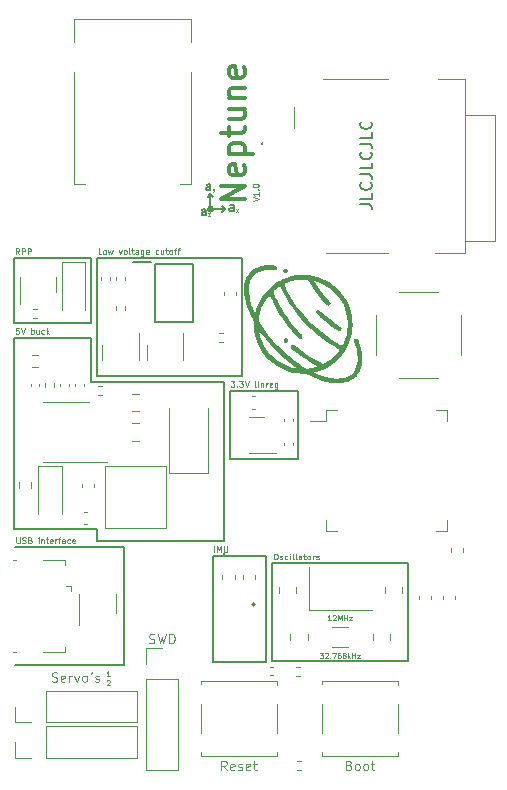
<source format=gbr>
%TF.GenerationSoftware,KiCad,Pcbnew,7.0.2*%
%TF.CreationDate,2023-04-27T13:19:39+10:00*%
%TF.ProjectId,neptune,6e657074-756e-4652-9e6b-696361645f70,rev?*%
%TF.SameCoordinates,Original*%
%TF.FileFunction,Legend,Top*%
%TF.FilePolarity,Positive*%
%FSLAX46Y46*%
G04 Gerber Fmt 4.6, Leading zero omitted, Abs format (unit mm)*
G04 Created by KiCad (PCBNEW 7.0.2) date 2023-04-27 13:19:39*
%MOMM*%
%LPD*%
G01*
G04 APERTURE LIST*
%ADD10C,0.150000*%
%ADD11C,0.100000*%
%ADD12C,0.075000*%
%ADD13C,0.125000*%
%ADD14C,0.300000*%
%ADD15C,0.120000*%
%ADD16C,0.200000*%
%ADD17C,0.127000*%
G04 APERTURE END LIST*
D10*
X107850000Y-76875000D02*
X109100000Y-76875000D01*
X109000000Y-106250000D02*
X109000000Y-106000000D01*
X108050000Y-115225000D02*
X108050000Y-106225000D01*
X91250000Y-81000000D02*
X97500000Y-81000000D01*
X98250000Y-91000000D02*
X110500000Y-91000000D01*
X91250000Y-86500000D02*
X91250000Y-81000000D01*
X110500000Y-81000000D02*
X110500000Y-91000000D01*
X112550000Y-115225000D02*
X108050000Y-115225000D01*
X97750000Y-87750000D02*
X97750000Y-91500000D01*
X91300000Y-105475000D02*
X100550000Y-105475000D01*
X108073607Y-76875000D02*
G75*
G03*
X108073607Y-76875000I-223607J0D01*
G01*
X109100000Y-76875000D02*
X108850000Y-77125000D01*
X113100000Y-106850000D02*
X124600000Y-106850000D01*
X124600000Y-115100000D02*
X113100000Y-115100000D01*
X113100000Y-106850000D02*
X113100000Y-115100000D01*
X107850000Y-75625000D02*
X108100000Y-75875000D01*
X109475000Y-92250000D02*
X115225000Y-92250000D01*
X112550000Y-114975000D02*
X112550000Y-115225000D01*
X98250000Y-81000000D02*
X110500000Y-81000000D01*
X97750000Y-81000000D02*
X97750000Y-86500000D01*
X100550000Y-115225000D02*
X100550000Y-115475000D01*
X109100000Y-76875000D02*
X108850000Y-76625000D01*
X112550000Y-106225000D02*
X112550000Y-114975000D01*
X97500000Y-81000000D02*
X97750000Y-81000000D01*
X98250000Y-81000000D02*
X98250000Y-91000000D01*
X91250000Y-104000000D02*
X98250000Y-104000000D01*
X98250000Y-104000000D02*
X98250000Y-105000000D01*
X107850000Y-75625000D02*
X107600000Y-75875000D01*
X109000000Y-91500000D02*
X109000000Y-105000000D01*
X100550000Y-115475000D02*
X91300000Y-115475000D01*
X91250000Y-87750000D02*
X91250000Y-104000000D01*
X107850000Y-76875000D02*
X107850000Y-75625000D01*
X115225000Y-98000000D02*
X109475000Y-98000000D01*
X91250000Y-87750000D02*
X97750000Y-87750000D01*
X115225000Y-92250000D02*
X115225000Y-98000000D01*
X109475000Y-98000000D02*
X109475000Y-92250000D01*
X108050000Y-106225000D02*
X112550000Y-106225000D01*
X124600000Y-106850000D02*
X124600000Y-115100000D01*
X100550000Y-105475000D02*
X100550000Y-115225000D01*
X97750000Y-91500000D02*
X109000000Y-91500000D01*
X97750000Y-86500000D02*
X91250000Y-86500000D01*
X98250000Y-105000000D02*
X109000000Y-105000000D01*
D11*
X119559761Y-123958047D02*
X119674047Y-123996142D01*
X119674047Y-123996142D02*
X119712142Y-124034238D01*
X119712142Y-124034238D02*
X119750238Y-124110428D01*
X119750238Y-124110428D02*
X119750238Y-124224714D01*
X119750238Y-124224714D02*
X119712142Y-124300904D01*
X119712142Y-124300904D02*
X119674047Y-124339000D01*
X119674047Y-124339000D02*
X119597857Y-124377095D01*
X119597857Y-124377095D02*
X119293095Y-124377095D01*
X119293095Y-124377095D02*
X119293095Y-123577095D01*
X119293095Y-123577095D02*
X119559761Y-123577095D01*
X119559761Y-123577095D02*
X119635952Y-123615190D01*
X119635952Y-123615190D02*
X119674047Y-123653285D01*
X119674047Y-123653285D02*
X119712142Y-123729476D01*
X119712142Y-123729476D02*
X119712142Y-123805666D01*
X119712142Y-123805666D02*
X119674047Y-123881857D01*
X119674047Y-123881857D02*
X119635952Y-123919952D01*
X119635952Y-123919952D02*
X119559761Y-123958047D01*
X119559761Y-123958047D02*
X119293095Y-123958047D01*
X120207380Y-124377095D02*
X120131190Y-124339000D01*
X120131190Y-124339000D02*
X120093095Y-124300904D01*
X120093095Y-124300904D02*
X120054999Y-124224714D01*
X120054999Y-124224714D02*
X120054999Y-123996142D01*
X120054999Y-123996142D02*
X120093095Y-123919952D01*
X120093095Y-123919952D02*
X120131190Y-123881857D01*
X120131190Y-123881857D02*
X120207380Y-123843761D01*
X120207380Y-123843761D02*
X120321666Y-123843761D01*
X120321666Y-123843761D02*
X120397857Y-123881857D01*
X120397857Y-123881857D02*
X120435952Y-123919952D01*
X120435952Y-123919952D02*
X120474047Y-123996142D01*
X120474047Y-123996142D02*
X120474047Y-124224714D01*
X120474047Y-124224714D02*
X120435952Y-124300904D01*
X120435952Y-124300904D02*
X120397857Y-124339000D01*
X120397857Y-124339000D02*
X120321666Y-124377095D01*
X120321666Y-124377095D02*
X120207380Y-124377095D01*
X120931190Y-124377095D02*
X120855000Y-124339000D01*
X120855000Y-124339000D02*
X120816905Y-124300904D01*
X120816905Y-124300904D02*
X120778809Y-124224714D01*
X120778809Y-124224714D02*
X120778809Y-123996142D01*
X120778809Y-123996142D02*
X120816905Y-123919952D01*
X120816905Y-123919952D02*
X120855000Y-123881857D01*
X120855000Y-123881857D02*
X120931190Y-123843761D01*
X120931190Y-123843761D02*
X121045476Y-123843761D01*
X121045476Y-123843761D02*
X121121667Y-123881857D01*
X121121667Y-123881857D02*
X121159762Y-123919952D01*
X121159762Y-123919952D02*
X121197857Y-123996142D01*
X121197857Y-123996142D02*
X121197857Y-124224714D01*
X121197857Y-124224714D02*
X121159762Y-124300904D01*
X121159762Y-124300904D02*
X121121667Y-124339000D01*
X121121667Y-124339000D02*
X121045476Y-124377095D01*
X121045476Y-124377095D02*
X120931190Y-124377095D01*
X121426429Y-123843761D02*
X121731191Y-123843761D01*
X121540715Y-123577095D02*
X121540715Y-124262809D01*
X121540715Y-124262809D02*
X121578810Y-124339000D01*
X121578810Y-124339000D02*
X121655000Y-124377095D01*
X121655000Y-124377095D02*
X121731191Y-124377095D01*
X102652380Y-113614000D02*
X102766666Y-113652095D01*
X102766666Y-113652095D02*
X102957142Y-113652095D01*
X102957142Y-113652095D02*
X103033333Y-113614000D01*
X103033333Y-113614000D02*
X103071428Y-113575904D01*
X103071428Y-113575904D02*
X103109523Y-113499714D01*
X103109523Y-113499714D02*
X103109523Y-113423523D01*
X103109523Y-113423523D02*
X103071428Y-113347333D01*
X103071428Y-113347333D02*
X103033333Y-113309238D01*
X103033333Y-113309238D02*
X102957142Y-113271142D01*
X102957142Y-113271142D02*
X102804761Y-113233047D01*
X102804761Y-113233047D02*
X102728571Y-113194952D01*
X102728571Y-113194952D02*
X102690476Y-113156857D01*
X102690476Y-113156857D02*
X102652380Y-113080666D01*
X102652380Y-113080666D02*
X102652380Y-113004476D01*
X102652380Y-113004476D02*
X102690476Y-112928285D01*
X102690476Y-112928285D02*
X102728571Y-112890190D01*
X102728571Y-112890190D02*
X102804761Y-112852095D01*
X102804761Y-112852095D02*
X102995238Y-112852095D01*
X102995238Y-112852095D02*
X103109523Y-112890190D01*
X103376190Y-112852095D02*
X103566666Y-113652095D01*
X103566666Y-113652095D02*
X103719047Y-113080666D01*
X103719047Y-113080666D02*
X103871428Y-113652095D01*
X103871428Y-113652095D02*
X104061905Y-112852095D01*
X104366667Y-113652095D02*
X104366667Y-112852095D01*
X104366667Y-112852095D02*
X104557143Y-112852095D01*
X104557143Y-112852095D02*
X104671429Y-112890190D01*
X104671429Y-112890190D02*
X104747619Y-112966380D01*
X104747619Y-112966380D02*
X104785714Y-113042571D01*
X104785714Y-113042571D02*
X104823810Y-113194952D01*
X104823810Y-113194952D02*
X104823810Y-113309238D01*
X104823810Y-113309238D02*
X104785714Y-113461619D01*
X104785714Y-113461619D02*
X104747619Y-113537809D01*
X104747619Y-113537809D02*
X104671429Y-113614000D01*
X104671429Y-113614000D02*
X104557143Y-113652095D01*
X104557143Y-113652095D02*
X104366667Y-113652095D01*
D10*
X109800000Y-77033214D02*
X109800000Y-76640357D01*
X109800000Y-76640357D02*
X109764285Y-76568928D01*
X109764285Y-76568928D02*
X109692857Y-76533214D01*
X109692857Y-76533214D02*
X109550000Y-76533214D01*
X109550000Y-76533214D02*
X109478571Y-76568928D01*
X109800000Y-76997500D02*
X109728571Y-77033214D01*
X109728571Y-77033214D02*
X109550000Y-77033214D01*
X109550000Y-77033214D02*
X109478571Y-76997500D01*
X109478571Y-76997500D02*
X109442857Y-76926071D01*
X109442857Y-76926071D02*
X109442857Y-76854642D01*
X109442857Y-76854642D02*
X109478571Y-76783214D01*
X109478571Y-76783214D02*
X109550000Y-76747500D01*
X109550000Y-76747500D02*
X109728571Y-76747500D01*
X109728571Y-76747500D02*
X109800000Y-76711785D01*
D12*
X108042857Y-75138285D02*
X108114285Y-75338285D01*
X108185714Y-75138285D02*
X108114285Y-75338285D01*
X108114285Y-75338285D02*
X108085714Y-75409714D01*
X108085714Y-75409714D02*
X108071428Y-75424000D01*
X108071428Y-75424000D02*
X108042857Y-75438285D01*
D13*
X108169047Y-105913809D02*
X108169047Y-105413809D01*
X108407142Y-105913809D02*
X108407142Y-105413809D01*
X108407142Y-105413809D02*
X108573809Y-105770952D01*
X108573809Y-105770952D02*
X108740475Y-105413809D01*
X108740475Y-105413809D02*
X108740475Y-105913809D01*
X108978571Y-105413809D02*
X108978571Y-105818571D01*
X108978571Y-105818571D02*
X109002381Y-105866190D01*
X109002381Y-105866190D02*
X109026190Y-105890000D01*
X109026190Y-105890000D02*
X109073809Y-105913809D01*
X109073809Y-105913809D02*
X109169047Y-105913809D01*
X109169047Y-105913809D02*
X109216666Y-105890000D01*
X109216666Y-105890000D02*
X109240476Y-105866190D01*
X109240476Y-105866190D02*
X109264285Y-105818571D01*
X109264285Y-105818571D02*
X109264285Y-105413809D01*
D11*
X111438809Y-76202380D02*
X111938809Y-76035714D01*
X111938809Y-76035714D02*
X111438809Y-75869047D01*
X111938809Y-75440476D02*
X111938809Y-75726190D01*
X111938809Y-75583333D02*
X111438809Y-75583333D01*
X111438809Y-75583333D02*
X111510238Y-75630952D01*
X111510238Y-75630952D02*
X111557857Y-75678571D01*
X111557857Y-75678571D02*
X111581666Y-75726190D01*
X111891190Y-75226191D02*
X111915000Y-75202381D01*
X111915000Y-75202381D02*
X111938809Y-75226191D01*
X111938809Y-75226191D02*
X111915000Y-75250000D01*
X111915000Y-75250000D02*
X111891190Y-75226191D01*
X111891190Y-75226191D02*
X111938809Y-75226191D01*
X111438809Y-74892858D02*
X111438809Y-74845239D01*
X111438809Y-74845239D02*
X111462619Y-74797620D01*
X111462619Y-74797620D02*
X111486428Y-74773810D01*
X111486428Y-74773810D02*
X111534047Y-74750001D01*
X111534047Y-74750001D02*
X111629285Y-74726191D01*
X111629285Y-74726191D02*
X111748333Y-74726191D01*
X111748333Y-74726191D02*
X111843571Y-74750001D01*
X111843571Y-74750001D02*
X111891190Y-74773810D01*
X111891190Y-74773810D02*
X111915000Y-74797620D01*
X111915000Y-74797620D02*
X111938809Y-74845239D01*
X111938809Y-74845239D02*
X111938809Y-74892858D01*
X111938809Y-74892858D02*
X111915000Y-74940477D01*
X111915000Y-74940477D02*
X111891190Y-74964286D01*
X111891190Y-74964286D02*
X111843571Y-74988096D01*
X111843571Y-74988096D02*
X111748333Y-75011905D01*
X111748333Y-75011905D02*
X111629285Y-75011905D01*
X111629285Y-75011905D02*
X111534047Y-74988096D01*
X111534047Y-74988096D02*
X111486428Y-74964286D01*
X111486428Y-74964286D02*
X111462619Y-74940477D01*
X111462619Y-74940477D02*
X111438809Y-74892858D01*
X94424999Y-116864000D02*
X94539285Y-116902095D01*
X94539285Y-116902095D02*
X94729761Y-116902095D01*
X94729761Y-116902095D02*
X94805952Y-116864000D01*
X94805952Y-116864000D02*
X94844047Y-116825904D01*
X94844047Y-116825904D02*
X94882142Y-116749714D01*
X94882142Y-116749714D02*
X94882142Y-116673523D01*
X94882142Y-116673523D02*
X94844047Y-116597333D01*
X94844047Y-116597333D02*
X94805952Y-116559238D01*
X94805952Y-116559238D02*
X94729761Y-116521142D01*
X94729761Y-116521142D02*
X94577380Y-116483047D01*
X94577380Y-116483047D02*
X94501190Y-116444952D01*
X94501190Y-116444952D02*
X94463095Y-116406857D01*
X94463095Y-116406857D02*
X94424999Y-116330666D01*
X94424999Y-116330666D02*
X94424999Y-116254476D01*
X94424999Y-116254476D02*
X94463095Y-116178285D01*
X94463095Y-116178285D02*
X94501190Y-116140190D01*
X94501190Y-116140190D02*
X94577380Y-116102095D01*
X94577380Y-116102095D02*
X94767857Y-116102095D01*
X94767857Y-116102095D02*
X94882142Y-116140190D01*
X95529762Y-116864000D02*
X95453571Y-116902095D01*
X95453571Y-116902095D02*
X95301190Y-116902095D01*
X95301190Y-116902095D02*
X95225000Y-116864000D01*
X95225000Y-116864000D02*
X95186904Y-116787809D01*
X95186904Y-116787809D02*
X95186904Y-116483047D01*
X95186904Y-116483047D02*
X95225000Y-116406857D01*
X95225000Y-116406857D02*
X95301190Y-116368761D01*
X95301190Y-116368761D02*
X95453571Y-116368761D01*
X95453571Y-116368761D02*
X95529762Y-116406857D01*
X95529762Y-116406857D02*
X95567857Y-116483047D01*
X95567857Y-116483047D02*
X95567857Y-116559238D01*
X95567857Y-116559238D02*
X95186904Y-116635428D01*
X95910714Y-116902095D02*
X95910714Y-116368761D01*
X95910714Y-116521142D02*
X95948809Y-116444952D01*
X95948809Y-116444952D02*
X95986904Y-116406857D01*
X95986904Y-116406857D02*
X96063095Y-116368761D01*
X96063095Y-116368761D02*
X96139285Y-116368761D01*
X96329761Y-116368761D02*
X96520237Y-116902095D01*
X96520237Y-116902095D02*
X96710714Y-116368761D01*
X97129761Y-116902095D02*
X97053571Y-116864000D01*
X97053571Y-116864000D02*
X97015476Y-116825904D01*
X97015476Y-116825904D02*
X96977380Y-116749714D01*
X96977380Y-116749714D02*
X96977380Y-116521142D01*
X96977380Y-116521142D02*
X97015476Y-116444952D01*
X97015476Y-116444952D02*
X97053571Y-116406857D01*
X97053571Y-116406857D02*
X97129761Y-116368761D01*
X97129761Y-116368761D02*
X97244047Y-116368761D01*
X97244047Y-116368761D02*
X97320238Y-116406857D01*
X97320238Y-116406857D02*
X97358333Y-116444952D01*
X97358333Y-116444952D02*
X97396428Y-116521142D01*
X97396428Y-116521142D02*
X97396428Y-116749714D01*
X97396428Y-116749714D02*
X97358333Y-116825904D01*
X97358333Y-116825904D02*
X97320238Y-116864000D01*
X97320238Y-116864000D02*
X97244047Y-116902095D01*
X97244047Y-116902095D02*
X97129761Y-116902095D01*
X97777381Y-116102095D02*
X97701190Y-116254476D01*
X98082142Y-116864000D02*
X98158333Y-116902095D01*
X98158333Y-116902095D02*
X98310714Y-116902095D01*
X98310714Y-116902095D02*
X98386904Y-116864000D01*
X98386904Y-116864000D02*
X98425000Y-116787809D01*
X98425000Y-116787809D02*
X98425000Y-116749714D01*
X98425000Y-116749714D02*
X98386904Y-116673523D01*
X98386904Y-116673523D02*
X98310714Y-116635428D01*
X98310714Y-116635428D02*
X98196428Y-116635428D01*
X98196428Y-116635428D02*
X98120238Y-116597333D01*
X98120238Y-116597333D02*
X98082142Y-116521142D01*
X98082142Y-116521142D02*
X98082142Y-116483047D01*
X98082142Y-116483047D02*
X98120238Y-116406857D01*
X98120238Y-116406857D02*
X98196428Y-116368761D01*
X98196428Y-116368761D02*
X98310714Y-116368761D01*
X98310714Y-116368761D02*
X98386904Y-116406857D01*
D14*
X110755238Y-76023809D02*
X108755238Y-76023809D01*
X108755238Y-76023809D02*
X110755238Y-74880952D01*
X110755238Y-74880952D02*
X108755238Y-74880952D01*
X110660000Y-73166666D02*
X110755238Y-73357142D01*
X110755238Y-73357142D02*
X110755238Y-73738095D01*
X110755238Y-73738095D02*
X110660000Y-73928571D01*
X110660000Y-73928571D02*
X110469523Y-74023809D01*
X110469523Y-74023809D02*
X109707619Y-74023809D01*
X109707619Y-74023809D02*
X109517142Y-73928571D01*
X109517142Y-73928571D02*
X109421904Y-73738095D01*
X109421904Y-73738095D02*
X109421904Y-73357142D01*
X109421904Y-73357142D02*
X109517142Y-73166666D01*
X109517142Y-73166666D02*
X109707619Y-73071428D01*
X109707619Y-73071428D02*
X109898095Y-73071428D01*
X109898095Y-73071428D02*
X110088571Y-74023809D01*
X109421904Y-72214285D02*
X111421904Y-72214285D01*
X109517142Y-72214285D02*
X109421904Y-72023809D01*
X109421904Y-72023809D02*
X109421904Y-71642856D01*
X109421904Y-71642856D02*
X109517142Y-71452380D01*
X109517142Y-71452380D02*
X109612380Y-71357142D01*
X109612380Y-71357142D02*
X109802857Y-71261904D01*
X109802857Y-71261904D02*
X110374285Y-71261904D01*
X110374285Y-71261904D02*
X110564761Y-71357142D01*
X110564761Y-71357142D02*
X110660000Y-71452380D01*
X110660000Y-71452380D02*
X110755238Y-71642856D01*
X110755238Y-71642856D02*
X110755238Y-72023809D01*
X110755238Y-72023809D02*
X110660000Y-72214285D01*
X109421904Y-70690475D02*
X109421904Y-69928571D01*
X108755238Y-70404761D02*
X110469523Y-70404761D01*
X110469523Y-70404761D02*
X110660000Y-70309523D01*
X110660000Y-70309523D02*
X110755238Y-70119047D01*
X110755238Y-70119047D02*
X110755238Y-69928571D01*
X109421904Y-68404761D02*
X110755238Y-68404761D01*
X109421904Y-69261904D02*
X110469523Y-69261904D01*
X110469523Y-69261904D02*
X110660000Y-69166666D01*
X110660000Y-69166666D02*
X110755238Y-68976190D01*
X110755238Y-68976190D02*
X110755238Y-68690475D01*
X110755238Y-68690475D02*
X110660000Y-68499999D01*
X110660000Y-68499999D02*
X110564761Y-68404761D01*
X109421904Y-67452380D02*
X110755238Y-67452380D01*
X109612380Y-67452380D02*
X109517142Y-67357142D01*
X109517142Y-67357142D02*
X109421904Y-67166666D01*
X109421904Y-67166666D02*
X109421904Y-66880951D01*
X109421904Y-66880951D02*
X109517142Y-66690475D01*
X109517142Y-66690475D02*
X109707619Y-66595237D01*
X109707619Y-66595237D02*
X110755238Y-66595237D01*
X110660000Y-64880951D02*
X110755238Y-65071427D01*
X110755238Y-65071427D02*
X110755238Y-65452380D01*
X110755238Y-65452380D02*
X110660000Y-65642856D01*
X110660000Y-65642856D02*
X110469523Y-65738094D01*
X110469523Y-65738094D02*
X109707619Y-65738094D01*
X109707619Y-65738094D02*
X109517142Y-65642856D01*
X109517142Y-65642856D02*
X109421904Y-65452380D01*
X109421904Y-65452380D02*
X109421904Y-65071427D01*
X109421904Y-65071427D02*
X109517142Y-64880951D01*
X109517142Y-64880951D02*
X109707619Y-64785713D01*
X109707619Y-64785713D02*
X109898095Y-64785713D01*
X109898095Y-64785713D02*
X110088571Y-65738094D01*
D12*
X118040536Y-111694928D02*
X117783393Y-111694928D01*
X117911964Y-111694928D02*
X117911964Y-111244928D01*
X117911964Y-111244928D02*
X117869107Y-111309214D01*
X117869107Y-111309214D02*
X117826250Y-111352071D01*
X117826250Y-111352071D02*
X117783393Y-111373500D01*
X118211964Y-111287785D02*
X118233392Y-111266357D01*
X118233392Y-111266357D02*
X118276250Y-111244928D01*
X118276250Y-111244928D02*
X118383392Y-111244928D01*
X118383392Y-111244928D02*
X118426250Y-111266357D01*
X118426250Y-111266357D02*
X118447678Y-111287785D01*
X118447678Y-111287785D02*
X118469107Y-111330642D01*
X118469107Y-111330642D02*
X118469107Y-111373500D01*
X118469107Y-111373500D02*
X118447678Y-111437785D01*
X118447678Y-111437785D02*
X118190535Y-111694928D01*
X118190535Y-111694928D02*
X118469107Y-111694928D01*
X118661963Y-111694928D02*
X118661963Y-111244928D01*
X118661963Y-111244928D02*
X118811963Y-111566357D01*
X118811963Y-111566357D02*
X118961963Y-111244928D01*
X118961963Y-111244928D02*
X118961963Y-111694928D01*
X119176249Y-111694928D02*
X119176249Y-111244928D01*
X119176249Y-111459214D02*
X119433392Y-111459214D01*
X119433392Y-111694928D02*
X119433392Y-111244928D01*
X119604821Y-111394928D02*
X119840536Y-111394928D01*
X119840536Y-111394928D02*
X119604821Y-111694928D01*
X119604821Y-111694928D02*
X119840536Y-111694928D01*
D13*
X98607142Y-80688809D02*
X98369047Y-80688809D01*
X98369047Y-80688809D02*
X98369047Y-80188809D01*
X98845238Y-80688809D02*
X98797619Y-80665000D01*
X98797619Y-80665000D02*
X98773809Y-80641190D01*
X98773809Y-80641190D02*
X98750000Y-80593571D01*
X98750000Y-80593571D02*
X98750000Y-80450714D01*
X98750000Y-80450714D02*
X98773809Y-80403095D01*
X98773809Y-80403095D02*
X98797619Y-80379285D01*
X98797619Y-80379285D02*
X98845238Y-80355476D01*
X98845238Y-80355476D02*
X98916666Y-80355476D01*
X98916666Y-80355476D02*
X98964285Y-80379285D01*
X98964285Y-80379285D02*
X98988095Y-80403095D01*
X98988095Y-80403095D02*
X99011904Y-80450714D01*
X99011904Y-80450714D02*
X99011904Y-80593571D01*
X99011904Y-80593571D02*
X98988095Y-80641190D01*
X98988095Y-80641190D02*
X98964285Y-80665000D01*
X98964285Y-80665000D02*
X98916666Y-80688809D01*
X98916666Y-80688809D02*
X98845238Y-80688809D01*
X99178571Y-80355476D02*
X99273809Y-80688809D01*
X99273809Y-80688809D02*
X99369047Y-80450714D01*
X99369047Y-80450714D02*
X99464285Y-80688809D01*
X99464285Y-80688809D02*
X99559523Y-80355476D01*
X100083333Y-80355476D02*
X100202381Y-80688809D01*
X100202381Y-80688809D02*
X100321428Y-80355476D01*
X100583333Y-80688809D02*
X100535714Y-80665000D01*
X100535714Y-80665000D02*
X100511904Y-80641190D01*
X100511904Y-80641190D02*
X100488095Y-80593571D01*
X100488095Y-80593571D02*
X100488095Y-80450714D01*
X100488095Y-80450714D02*
X100511904Y-80403095D01*
X100511904Y-80403095D02*
X100535714Y-80379285D01*
X100535714Y-80379285D02*
X100583333Y-80355476D01*
X100583333Y-80355476D02*
X100654761Y-80355476D01*
X100654761Y-80355476D02*
X100702380Y-80379285D01*
X100702380Y-80379285D02*
X100726190Y-80403095D01*
X100726190Y-80403095D02*
X100749999Y-80450714D01*
X100749999Y-80450714D02*
X100749999Y-80593571D01*
X100749999Y-80593571D02*
X100726190Y-80641190D01*
X100726190Y-80641190D02*
X100702380Y-80665000D01*
X100702380Y-80665000D02*
X100654761Y-80688809D01*
X100654761Y-80688809D02*
X100583333Y-80688809D01*
X101035714Y-80688809D02*
X100988095Y-80665000D01*
X100988095Y-80665000D02*
X100964285Y-80617380D01*
X100964285Y-80617380D02*
X100964285Y-80188809D01*
X101154762Y-80355476D02*
X101345238Y-80355476D01*
X101226190Y-80188809D02*
X101226190Y-80617380D01*
X101226190Y-80617380D02*
X101250000Y-80665000D01*
X101250000Y-80665000D02*
X101297619Y-80688809D01*
X101297619Y-80688809D02*
X101345238Y-80688809D01*
X101726190Y-80688809D02*
X101726190Y-80426904D01*
X101726190Y-80426904D02*
X101702380Y-80379285D01*
X101702380Y-80379285D02*
X101654761Y-80355476D01*
X101654761Y-80355476D02*
X101559523Y-80355476D01*
X101559523Y-80355476D02*
X101511904Y-80379285D01*
X101726190Y-80665000D02*
X101678571Y-80688809D01*
X101678571Y-80688809D02*
X101559523Y-80688809D01*
X101559523Y-80688809D02*
X101511904Y-80665000D01*
X101511904Y-80665000D02*
X101488095Y-80617380D01*
X101488095Y-80617380D02*
X101488095Y-80569761D01*
X101488095Y-80569761D02*
X101511904Y-80522142D01*
X101511904Y-80522142D02*
X101559523Y-80498333D01*
X101559523Y-80498333D02*
X101678571Y-80498333D01*
X101678571Y-80498333D02*
X101726190Y-80474523D01*
X102178571Y-80355476D02*
X102178571Y-80760238D01*
X102178571Y-80760238D02*
X102154761Y-80807857D01*
X102154761Y-80807857D02*
X102130952Y-80831666D01*
X102130952Y-80831666D02*
X102083333Y-80855476D01*
X102083333Y-80855476D02*
X102011904Y-80855476D01*
X102011904Y-80855476D02*
X101964285Y-80831666D01*
X102178571Y-80665000D02*
X102130952Y-80688809D01*
X102130952Y-80688809D02*
X102035714Y-80688809D01*
X102035714Y-80688809D02*
X101988095Y-80665000D01*
X101988095Y-80665000D02*
X101964285Y-80641190D01*
X101964285Y-80641190D02*
X101940476Y-80593571D01*
X101940476Y-80593571D02*
X101940476Y-80450714D01*
X101940476Y-80450714D02*
X101964285Y-80403095D01*
X101964285Y-80403095D02*
X101988095Y-80379285D01*
X101988095Y-80379285D02*
X102035714Y-80355476D01*
X102035714Y-80355476D02*
X102130952Y-80355476D01*
X102130952Y-80355476D02*
X102178571Y-80379285D01*
X102607142Y-80665000D02*
X102559523Y-80688809D01*
X102559523Y-80688809D02*
X102464285Y-80688809D01*
X102464285Y-80688809D02*
X102416666Y-80665000D01*
X102416666Y-80665000D02*
X102392857Y-80617380D01*
X102392857Y-80617380D02*
X102392857Y-80426904D01*
X102392857Y-80426904D02*
X102416666Y-80379285D01*
X102416666Y-80379285D02*
X102464285Y-80355476D01*
X102464285Y-80355476D02*
X102559523Y-80355476D01*
X102559523Y-80355476D02*
X102607142Y-80379285D01*
X102607142Y-80379285D02*
X102630952Y-80426904D01*
X102630952Y-80426904D02*
X102630952Y-80474523D01*
X102630952Y-80474523D02*
X102392857Y-80522142D01*
X103440475Y-80665000D02*
X103392856Y-80688809D01*
X103392856Y-80688809D02*
X103297618Y-80688809D01*
X103297618Y-80688809D02*
X103249999Y-80665000D01*
X103249999Y-80665000D02*
X103226189Y-80641190D01*
X103226189Y-80641190D02*
X103202380Y-80593571D01*
X103202380Y-80593571D02*
X103202380Y-80450714D01*
X103202380Y-80450714D02*
X103226189Y-80403095D01*
X103226189Y-80403095D02*
X103249999Y-80379285D01*
X103249999Y-80379285D02*
X103297618Y-80355476D01*
X103297618Y-80355476D02*
X103392856Y-80355476D01*
X103392856Y-80355476D02*
X103440475Y-80379285D01*
X103869046Y-80355476D02*
X103869046Y-80688809D01*
X103654760Y-80355476D02*
X103654760Y-80617380D01*
X103654760Y-80617380D02*
X103678570Y-80665000D01*
X103678570Y-80665000D02*
X103726189Y-80688809D01*
X103726189Y-80688809D02*
X103797617Y-80688809D01*
X103797617Y-80688809D02*
X103845236Y-80665000D01*
X103845236Y-80665000D02*
X103869046Y-80641190D01*
X104035713Y-80355476D02*
X104226189Y-80355476D01*
X104107141Y-80188809D02*
X104107141Y-80617380D01*
X104107141Y-80617380D02*
X104130951Y-80665000D01*
X104130951Y-80665000D02*
X104178570Y-80688809D01*
X104178570Y-80688809D02*
X104226189Y-80688809D01*
X104464284Y-80688809D02*
X104416665Y-80665000D01*
X104416665Y-80665000D02*
X104392855Y-80641190D01*
X104392855Y-80641190D02*
X104369046Y-80593571D01*
X104369046Y-80593571D02*
X104369046Y-80450714D01*
X104369046Y-80450714D02*
X104392855Y-80403095D01*
X104392855Y-80403095D02*
X104416665Y-80379285D01*
X104416665Y-80379285D02*
X104464284Y-80355476D01*
X104464284Y-80355476D02*
X104535712Y-80355476D01*
X104535712Y-80355476D02*
X104583331Y-80379285D01*
X104583331Y-80379285D02*
X104607141Y-80403095D01*
X104607141Y-80403095D02*
X104630950Y-80450714D01*
X104630950Y-80450714D02*
X104630950Y-80593571D01*
X104630950Y-80593571D02*
X104607141Y-80641190D01*
X104607141Y-80641190D02*
X104583331Y-80665000D01*
X104583331Y-80665000D02*
X104535712Y-80688809D01*
X104535712Y-80688809D02*
X104464284Y-80688809D01*
X104773808Y-80355476D02*
X104964284Y-80355476D01*
X104845236Y-80688809D02*
X104845236Y-80260238D01*
X104845236Y-80260238D02*
X104869046Y-80212619D01*
X104869046Y-80212619D02*
X104916665Y-80188809D01*
X104916665Y-80188809D02*
X104964284Y-80188809D01*
X105059522Y-80355476D02*
X105249998Y-80355476D01*
X105130950Y-80688809D02*
X105130950Y-80260238D01*
X105130950Y-80260238D02*
X105154760Y-80212619D01*
X105154760Y-80212619D02*
X105202379Y-80188809D01*
X105202379Y-80188809D02*
X105249998Y-80188809D01*
X109571428Y-91438809D02*
X109880952Y-91438809D01*
X109880952Y-91438809D02*
X109714285Y-91629285D01*
X109714285Y-91629285D02*
X109785714Y-91629285D01*
X109785714Y-91629285D02*
X109833333Y-91653095D01*
X109833333Y-91653095D02*
X109857142Y-91676904D01*
X109857142Y-91676904D02*
X109880952Y-91724523D01*
X109880952Y-91724523D02*
X109880952Y-91843571D01*
X109880952Y-91843571D02*
X109857142Y-91891190D01*
X109857142Y-91891190D02*
X109833333Y-91915000D01*
X109833333Y-91915000D02*
X109785714Y-91938809D01*
X109785714Y-91938809D02*
X109642857Y-91938809D01*
X109642857Y-91938809D02*
X109595238Y-91915000D01*
X109595238Y-91915000D02*
X109571428Y-91891190D01*
X110095237Y-91891190D02*
X110119047Y-91915000D01*
X110119047Y-91915000D02*
X110095237Y-91938809D01*
X110095237Y-91938809D02*
X110071428Y-91915000D01*
X110071428Y-91915000D02*
X110095237Y-91891190D01*
X110095237Y-91891190D02*
X110095237Y-91938809D01*
X110285713Y-91438809D02*
X110595237Y-91438809D01*
X110595237Y-91438809D02*
X110428570Y-91629285D01*
X110428570Y-91629285D02*
X110499999Y-91629285D01*
X110499999Y-91629285D02*
X110547618Y-91653095D01*
X110547618Y-91653095D02*
X110571427Y-91676904D01*
X110571427Y-91676904D02*
X110595237Y-91724523D01*
X110595237Y-91724523D02*
X110595237Y-91843571D01*
X110595237Y-91843571D02*
X110571427Y-91891190D01*
X110571427Y-91891190D02*
X110547618Y-91915000D01*
X110547618Y-91915000D02*
X110499999Y-91938809D01*
X110499999Y-91938809D02*
X110357142Y-91938809D01*
X110357142Y-91938809D02*
X110309523Y-91915000D01*
X110309523Y-91915000D02*
X110285713Y-91891190D01*
X110738094Y-91438809D02*
X110904760Y-91938809D01*
X110904760Y-91938809D02*
X111071427Y-91438809D01*
X111690474Y-91938809D02*
X111642855Y-91915000D01*
X111642855Y-91915000D02*
X111619045Y-91867380D01*
X111619045Y-91867380D02*
X111619045Y-91438809D01*
X111880950Y-91938809D02*
X111880950Y-91605476D01*
X111880950Y-91438809D02*
X111857141Y-91462619D01*
X111857141Y-91462619D02*
X111880950Y-91486428D01*
X111880950Y-91486428D02*
X111904760Y-91462619D01*
X111904760Y-91462619D02*
X111880950Y-91438809D01*
X111880950Y-91438809D02*
X111880950Y-91486428D01*
X112119045Y-91605476D02*
X112119045Y-91938809D01*
X112119045Y-91653095D02*
X112142855Y-91629285D01*
X112142855Y-91629285D02*
X112190474Y-91605476D01*
X112190474Y-91605476D02*
X112261902Y-91605476D01*
X112261902Y-91605476D02*
X112309521Y-91629285D01*
X112309521Y-91629285D02*
X112333331Y-91676904D01*
X112333331Y-91676904D02*
X112333331Y-91938809D01*
X112571426Y-91938809D02*
X112571426Y-91605476D01*
X112571426Y-91700714D02*
X112595236Y-91653095D01*
X112595236Y-91653095D02*
X112619045Y-91629285D01*
X112619045Y-91629285D02*
X112666664Y-91605476D01*
X112666664Y-91605476D02*
X112714283Y-91605476D01*
X113071426Y-91915000D02*
X113023807Y-91938809D01*
X113023807Y-91938809D02*
X112928569Y-91938809D01*
X112928569Y-91938809D02*
X112880950Y-91915000D01*
X112880950Y-91915000D02*
X112857141Y-91867380D01*
X112857141Y-91867380D02*
X112857141Y-91676904D01*
X112857141Y-91676904D02*
X112880950Y-91629285D01*
X112880950Y-91629285D02*
X112928569Y-91605476D01*
X112928569Y-91605476D02*
X113023807Y-91605476D01*
X113023807Y-91605476D02*
X113071426Y-91629285D01*
X113071426Y-91629285D02*
X113095236Y-91676904D01*
X113095236Y-91676904D02*
X113095236Y-91724523D01*
X113095236Y-91724523D02*
X112857141Y-91772142D01*
X113523807Y-91605476D02*
X113523807Y-92010238D01*
X113523807Y-92010238D02*
X113499997Y-92057857D01*
X113499997Y-92057857D02*
X113476188Y-92081666D01*
X113476188Y-92081666D02*
X113428569Y-92105476D01*
X113428569Y-92105476D02*
X113357140Y-92105476D01*
X113357140Y-92105476D02*
X113309521Y-92081666D01*
X113523807Y-91915000D02*
X113476188Y-91938809D01*
X113476188Y-91938809D02*
X113380950Y-91938809D01*
X113380950Y-91938809D02*
X113333331Y-91915000D01*
X113333331Y-91915000D02*
X113309521Y-91891190D01*
X113309521Y-91891190D02*
X113285712Y-91843571D01*
X113285712Y-91843571D02*
X113285712Y-91700714D01*
X113285712Y-91700714D02*
X113309521Y-91653095D01*
X113309521Y-91653095D02*
X113333331Y-91629285D01*
X113333331Y-91629285D02*
X113380950Y-91605476D01*
X113380950Y-91605476D02*
X113476188Y-91605476D01*
X113476188Y-91605476D02*
X113523807Y-91629285D01*
D10*
X120527619Y-76476190D02*
X121241904Y-76476190D01*
X121241904Y-76476190D02*
X121384761Y-76523809D01*
X121384761Y-76523809D02*
X121480000Y-76619047D01*
X121480000Y-76619047D02*
X121527619Y-76761904D01*
X121527619Y-76761904D02*
X121527619Y-76857142D01*
X121527619Y-75523809D02*
X121527619Y-75999999D01*
X121527619Y-75999999D02*
X120527619Y-75999999D01*
X121432380Y-74619047D02*
X121480000Y-74666666D01*
X121480000Y-74666666D02*
X121527619Y-74809523D01*
X121527619Y-74809523D02*
X121527619Y-74904761D01*
X121527619Y-74904761D02*
X121480000Y-75047618D01*
X121480000Y-75047618D02*
X121384761Y-75142856D01*
X121384761Y-75142856D02*
X121289523Y-75190475D01*
X121289523Y-75190475D02*
X121099047Y-75238094D01*
X121099047Y-75238094D02*
X120956190Y-75238094D01*
X120956190Y-75238094D02*
X120765714Y-75190475D01*
X120765714Y-75190475D02*
X120670476Y-75142856D01*
X120670476Y-75142856D02*
X120575238Y-75047618D01*
X120575238Y-75047618D02*
X120527619Y-74904761D01*
X120527619Y-74904761D02*
X120527619Y-74809523D01*
X120527619Y-74809523D02*
X120575238Y-74666666D01*
X120575238Y-74666666D02*
X120622857Y-74619047D01*
X120527619Y-73904761D02*
X121241904Y-73904761D01*
X121241904Y-73904761D02*
X121384761Y-73952380D01*
X121384761Y-73952380D02*
X121480000Y-74047618D01*
X121480000Y-74047618D02*
X121527619Y-74190475D01*
X121527619Y-74190475D02*
X121527619Y-74285713D01*
X121527619Y-72952380D02*
X121527619Y-73428570D01*
X121527619Y-73428570D02*
X120527619Y-73428570D01*
X121432380Y-72047618D02*
X121480000Y-72095237D01*
X121480000Y-72095237D02*
X121527619Y-72238094D01*
X121527619Y-72238094D02*
X121527619Y-72333332D01*
X121527619Y-72333332D02*
X121480000Y-72476189D01*
X121480000Y-72476189D02*
X121384761Y-72571427D01*
X121384761Y-72571427D02*
X121289523Y-72619046D01*
X121289523Y-72619046D02*
X121099047Y-72666665D01*
X121099047Y-72666665D02*
X120956190Y-72666665D01*
X120956190Y-72666665D02*
X120765714Y-72619046D01*
X120765714Y-72619046D02*
X120670476Y-72571427D01*
X120670476Y-72571427D02*
X120575238Y-72476189D01*
X120575238Y-72476189D02*
X120527619Y-72333332D01*
X120527619Y-72333332D02*
X120527619Y-72238094D01*
X120527619Y-72238094D02*
X120575238Y-72095237D01*
X120575238Y-72095237D02*
X120622857Y-72047618D01*
X120527619Y-71333332D02*
X121241904Y-71333332D01*
X121241904Y-71333332D02*
X121384761Y-71380951D01*
X121384761Y-71380951D02*
X121480000Y-71476189D01*
X121480000Y-71476189D02*
X121527619Y-71619046D01*
X121527619Y-71619046D02*
X121527619Y-71714284D01*
X121527619Y-70380951D02*
X121527619Y-70857141D01*
X121527619Y-70857141D02*
X120527619Y-70857141D01*
X121432380Y-69476189D02*
X121480000Y-69523808D01*
X121480000Y-69523808D02*
X121527619Y-69666665D01*
X121527619Y-69666665D02*
X121527619Y-69761903D01*
X121527619Y-69761903D02*
X121480000Y-69904760D01*
X121480000Y-69904760D02*
X121384761Y-69999998D01*
X121384761Y-69999998D02*
X121289523Y-70047617D01*
X121289523Y-70047617D02*
X121099047Y-70095236D01*
X121099047Y-70095236D02*
X120956190Y-70095236D01*
X120956190Y-70095236D02*
X120765714Y-70047617D01*
X120765714Y-70047617D02*
X120670476Y-69999998D01*
X120670476Y-69999998D02*
X120575238Y-69904760D01*
X120575238Y-69904760D02*
X120527619Y-69761903D01*
X120527619Y-69761903D02*
X120527619Y-69666665D01*
X120527619Y-69666665D02*
X120575238Y-69523808D01*
X120575238Y-69523808D02*
X120622857Y-69476189D01*
D12*
X117086964Y-114444928D02*
X117365536Y-114444928D01*
X117365536Y-114444928D02*
X117215536Y-114616357D01*
X117215536Y-114616357D02*
X117279821Y-114616357D01*
X117279821Y-114616357D02*
X117322679Y-114637785D01*
X117322679Y-114637785D02*
X117344107Y-114659214D01*
X117344107Y-114659214D02*
X117365536Y-114702071D01*
X117365536Y-114702071D02*
X117365536Y-114809214D01*
X117365536Y-114809214D02*
X117344107Y-114852071D01*
X117344107Y-114852071D02*
X117322679Y-114873500D01*
X117322679Y-114873500D02*
X117279821Y-114894928D01*
X117279821Y-114894928D02*
X117151250Y-114894928D01*
X117151250Y-114894928D02*
X117108393Y-114873500D01*
X117108393Y-114873500D02*
X117086964Y-114852071D01*
X117536964Y-114487785D02*
X117558392Y-114466357D01*
X117558392Y-114466357D02*
X117601250Y-114444928D01*
X117601250Y-114444928D02*
X117708392Y-114444928D01*
X117708392Y-114444928D02*
X117751250Y-114466357D01*
X117751250Y-114466357D02*
X117772678Y-114487785D01*
X117772678Y-114487785D02*
X117794107Y-114530642D01*
X117794107Y-114530642D02*
X117794107Y-114573500D01*
X117794107Y-114573500D02*
X117772678Y-114637785D01*
X117772678Y-114637785D02*
X117515535Y-114894928D01*
X117515535Y-114894928D02*
X117794107Y-114894928D01*
X117986963Y-114852071D02*
X118008392Y-114873500D01*
X118008392Y-114873500D02*
X117986963Y-114894928D01*
X117986963Y-114894928D02*
X117965535Y-114873500D01*
X117965535Y-114873500D02*
X117986963Y-114852071D01*
X117986963Y-114852071D02*
X117986963Y-114894928D01*
X118158392Y-114444928D02*
X118458392Y-114444928D01*
X118458392Y-114444928D02*
X118265535Y-114894928D01*
X118822678Y-114444928D02*
X118736963Y-114444928D01*
X118736963Y-114444928D02*
X118694106Y-114466357D01*
X118694106Y-114466357D02*
X118672678Y-114487785D01*
X118672678Y-114487785D02*
X118629820Y-114552071D01*
X118629820Y-114552071D02*
X118608392Y-114637785D01*
X118608392Y-114637785D02*
X118608392Y-114809214D01*
X118608392Y-114809214D02*
X118629820Y-114852071D01*
X118629820Y-114852071D02*
X118651249Y-114873500D01*
X118651249Y-114873500D02*
X118694106Y-114894928D01*
X118694106Y-114894928D02*
X118779820Y-114894928D01*
X118779820Y-114894928D02*
X118822678Y-114873500D01*
X118822678Y-114873500D02*
X118844106Y-114852071D01*
X118844106Y-114852071D02*
X118865535Y-114809214D01*
X118865535Y-114809214D02*
X118865535Y-114702071D01*
X118865535Y-114702071D02*
X118844106Y-114659214D01*
X118844106Y-114659214D02*
X118822678Y-114637785D01*
X118822678Y-114637785D02*
X118779820Y-114616357D01*
X118779820Y-114616357D02*
X118694106Y-114616357D01*
X118694106Y-114616357D02*
X118651249Y-114637785D01*
X118651249Y-114637785D02*
X118629820Y-114659214D01*
X118629820Y-114659214D02*
X118608392Y-114702071D01*
X119122677Y-114637785D02*
X119079820Y-114616357D01*
X119079820Y-114616357D02*
X119058391Y-114594928D01*
X119058391Y-114594928D02*
X119036963Y-114552071D01*
X119036963Y-114552071D02*
X119036963Y-114530642D01*
X119036963Y-114530642D02*
X119058391Y-114487785D01*
X119058391Y-114487785D02*
X119079820Y-114466357D01*
X119079820Y-114466357D02*
X119122677Y-114444928D01*
X119122677Y-114444928D02*
X119208391Y-114444928D01*
X119208391Y-114444928D02*
X119251249Y-114466357D01*
X119251249Y-114466357D02*
X119272677Y-114487785D01*
X119272677Y-114487785D02*
X119294106Y-114530642D01*
X119294106Y-114530642D02*
X119294106Y-114552071D01*
X119294106Y-114552071D02*
X119272677Y-114594928D01*
X119272677Y-114594928D02*
X119251249Y-114616357D01*
X119251249Y-114616357D02*
X119208391Y-114637785D01*
X119208391Y-114637785D02*
X119122677Y-114637785D01*
X119122677Y-114637785D02*
X119079820Y-114659214D01*
X119079820Y-114659214D02*
X119058391Y-114680642D01*
X119058391Y-114680642D02*
X119036963Y-114723500D01*
X119036963Y-114723500D02*
X119036963Y-114809214D01*
X119036963Y-114809214D02*
X119058391Y-114852071D01*
X119058391Y-114852071D02*
X119079820Y-114873500D01*
X119079820Y-114873500D02*
X119122677Y-114894928D01*
X119122677Y-114894928D02*
X119208391Y-114894928D01*
X119208391Y-114894928D02*
X119251249Y-114873500D01*
X119251249Y-114873500D02*
X119272677Y-114852071D01*
X119272677Y-114852071D02*
X119294106Y-114809214D01*
X119294106Y-114809214D02*
X119294106Y-114723500D01*
X119294106Y-114723500D02*
X119272677Y-114680642D01*
X119272677Y-114680642D02*
X119251249Y-114659214D01*
X119251249Y-114659214D02*
X119208391Y-114637785D01*
X119486962Y-114894928D02*
X119486962Y-114444928D01*
X119529820Y-114723500D02*
X119658391Y-114894928D01*
X119658391Y-114594928D02*
X119486962Y-114766357D01*
X119851248Y-114894928D02*
X119851248Y-114444928D01*
X119851248Y-114659214D02*
X120108391Y-114659214D01*
X120108391Y-114894928D02*
X120108391Y-114444928D01*
X120279820Y-114594928D02*
X120515535Y-114594928D01*
X120515535Y-114594928D02*
X120279820Y-114894928D01*
X120279820Y-114894928D02*
X120515535Y-114894928D01*
X107642857Y-77238285D02*
X107800000Y-77238285D01*
X107800000Y-77238285D02*
X107642857Y-77438285D01*
X107642857Y-77438285D02*
X107800000Y-77438285D01*
D13*
X91607142Y-86938809D02*
X91369047Y-86938809D01*
X91369047Y-86938809D02*
X91345238Y-87176904D01*
X91345238Y-87176904D02*
X91369047Y-87153095D01*
X91369047Y-87153095D02*
X91416666Y-87129285D01*
X91416666Y-87129285D02*
X91535714Y-87129285D01*
X91535714Y-87129285D02*
X91583333Y-87153095D01*
X91583333Y-87153095D02*
X91607142Y-87176904D01*
X91607142Y-87176904D02*
X91630952Y-87224523D01*
X91630952Y-87224523D02*
X91630952Y-87343571D01*
X91630952Y-87343571D02*
X91607142Y-87391190D01*
X91607142Y-87391190D02*
X91583333Y-87415000D01*
X91583333Y-87415000D02*
X91535714Y-87438809D01*
X91535714Y-87438809D02*
X91416666Y-87438809D01*
X91416666Y-87438809D02*
X91369047Y-87415000D01*
X91369047Y-87415000D02*
X91345238Y-87391190D01*
X91773809Y-86938809D02*
X91940475Y-87438809D01*
X91940475Y-87438809D02*
X92107142Y-86938809D01*
X92654760Y-87438809D02*
X92654760Y-86938809D01*
X92654760Y-87129285D02*
X92702379Y-87105476D01*
X92702379Y-87105476D02*
X92797617Y-87105476D01*
X92797617Y-87105476D02*
X92845236Y-87129285D01*
X92845236Y-87129285D02*
X92869046Y-87153095D01*
X92869046Y-87153095D02*
X92892855Y-87200714D01*
X92892855Y-87200714D02*
X92892855Y-87343571D01*
X92892855Y-87343571D02*
X92869046Y-87391190D01*
X92869046Y-87391190D02*
X92845236Y-87415000D01*
X92845236Y-87415000D02*
X92797617Y-87438809D01*
X92797617Y-87438809D02*
X92702379Y-87438809D01*
X92702379Y-87438809D02*
X92654760Y-87415000D01*
X93321427Y-87105476D02*
X93321427Y-87438809D01*
X93107141Y-87105476D02*
X93107141Y-87367380D01*
X93107141Y-87367380D02*
X93130951Y-87415000D01*
X93130951Y-87415000D02*
X93178570Y-87438809D01*
X93178570Y-87438809D02*
X93249998Y-87438809D01*
X93249998Y-87438809D02*
X93297617Y-87415000D01*
X93297617Y-87415000D02*
X93321427Y-87391190D01*
X93773808Y-87415000D02*
X93726189Y-87438809D01*
X93726189Y-87438809D02*
X93630951Y-87438809D01*
X93630951Y-87438809D02*
X93583332Y-87415000D01*
X93583332Y-87415000D02*
X93559522Y-87391190D01*
X93559522Y-87391190D02*
X93535713Y-87343571D01*
X93535713Y-87343571D02*
X93535713Y-87200714D01*
X93535713Y-87200714D02*
X93559522Y-87153095D01*
X93559522Y-87153095D02*
X93583332Y-87129285D01*
X93583332Y-87129285D02*
X93630951Y-87105476D01*
X93630951Y-87105476D02*
X93726189Y-87105476D01*
X93726189Y-87105476D02*
X93773808Y-87129285D01*
X93988093Y-87438809D02*
X93988093Y-86938809D01*
X94035712Y-87248333D02*
X94178569Y-87438809D01*
X94178569Y-87105476D02*
X93988093Y-87295952D01*
D10*
X107450000Y-77383214D02*
X107450000Y-76990357D01*
X107450000Y-76990357D02*
X107414285Y-76918928D01*
X107414285Y-76918928D02*
X107342857Y-76883214D01*
X107342857Y-76883214D02*
X107200000Y-76883214D01*
X107200000Y-76883214D02*
X107128571Y-76918928D01*
X107450000Y-77347500D02*
X107378571Y-77383214D01*
X107378571Y-77383214D02*
X107200000Y-77383214D01*
X107200000Y-77383214D02*
X107128571Y-77347500D01*
X107128571Y-77347500D02*
X107092857Y-77276071D01*
X107092857Y-77276071D02*
X107092857Y-77204642D01*
X107092857Y-77204642D02*
X107128571Y-77133214D01*
X107128571Y-77133214D02*
X107200000Y-77097500D01*
X107200000Y-77097500D02*
X107378571Y-77097500D01*
X107378571Y-77097500D02*
X107450000Y-77061785D01*
D13*
X91654761Y-80688809D02*
X91488095Y-80450714D01*
X91369047Y-80688809D02*
X91369047Y-80188809D01*
X91369047Y-80188809D02*
X91559523Y-80188809D01*
X91559523Y-80188809D02*
X91607142Y-80212619D01*
X91607142Y-80212619D02*
X91630952Y-80236428D01*
X91630952Y-80236428D02*
X91654761Y-80284047D01*
X91654761Y-80284047D02*
X91654761Y-80355476D01*
X91654761Y-80355476D02*
X91630952Y-80403095D01*
X91630952Y-80403095D02*
X91607142Y-80426904D01*
X91607142Y-80426904D02*
X91559523Y-80450714D01*
X91559523Y-80450714D02*
X91369047Y-80450714D01*
X91869047Y-80688809D02*
X91869047Y-80188809D01*
X91869047Y-80188809D02*
X92059523Y-80188809D01*
X92059523Y-80188809D02*
X92107142Y-80212619D01*
X92107142Y-80212619D02*
X92130952Y-80236428D01*
X92130952Y-80236428D02*
X92154761Y-80284047D01*
X92154761Y-80284047D02*
X92154761Y-80355476D01*
X92154761Y-80355476D02*
X92130952Y-80403095D01*
X92130952Y-80403095D02*
X92107142Y-80426904D01*
X92107142Y-80426904D02*
X92059523Y-80450714D01*
X92059523Y-80450714D02*
X91869047Y-80450714D01*
X92369047Y-80688809D02*
X92369047Y-80188809D01*
X92369047Y-80188809D02*
X92559523Y-80188809D01*
X92559523Y-80188809D02*
X92607142Y-80212619D01*
X92607142Y-80212619D02*
X92630952Y-80236428D01*
X92630952Y-80236428D02*
X92654761Y-80284047D01*
X92654761Y-80284047D02*
X92654761Y-80355476D01*
X92654761Y-80355476D02*
X92630952Y-80403095D01*
X92630952Y-80403095D02*
X92607142Y-80426904D01*
X92607142Y-80426904D02*
X92559523Y-80450714D01*
X92559523Y-80450714D02*
X92369047Y-80450714D01*
D12*
X109992857Y-77088285D02*
X110150000Y-76888285D01*
X109992857Y-76888285D02*
X110150000Y-77088285D01*
X99342857Y-116444928D02*
X99085714Y-116444928D01*
X99214285Y-116444928D02*
X99214285Y-115994928D01*
X99214285Y-115994928D02*
X99171428Y-116059214D01*
X99171428Y-116059214D02*
X99128571Y-116102071D01*
X99128571Y-116102071D02*
X99085714Y-116123500D01*
D13*
X91419047Y-104663809D02*
X91419047Y-105068571D01*
X91419047Y-105068571D02*
X91442857Y-105116190D01*
X91442857Y-105116190D02*
X91466666Y-105140000D01*
X91466666Y-105140000D02*
X91514285Y-105163809D01*
X91514285Y-105163809D02*
X91609523Y-105163809D01*
X91609523Y-105163809D02*
X91657142Y-105140000D01*
X91657142Y-105140000D02*
X91680952Y-105116190D01*
X91680952Y-105116190D02*
X91704761Y-105068571D01*
X91704761Y-105068571D02*
X91704761Y-104663809D01*
X91919048Y-105140000D02*
X91990476Y-105163809D01*
X91990476Y-105163809D02*
X92109524Y-105163809D01*
X92109524Y-105163809D02*
X92157143Y-105140000D01*
X92157143Y-105140000D02*
X92180952Y-105116190D01*
X92180952Y-105116190D02*
X92204762Y-105068571D01*
X92204762Y-105068571D02*
X92204762Y-105020952D01*
X92204762Y-105020952D02*
X92180952Y-104973333D01*
X92180952Y-104973333D02*
X92157143Y-104949523D01*
X92157143Y-104949523D02*
X92109524Y-104925714D01*
X92109524Y-104925714D02*
X92014286Y-104901904D01*
X92014286Y-104901904D02*
X91966667Y-104878095D01*
X91966667Y-104878095D02*
X91942857Y-104854285D01*
X91942857Y-104854285D02*
X91919048Y-104806666D01*
X91919048Y-104806666D02*
X91919048Y-104759047D01*
X91919048Y-104759047D02*
X91942857Y-104711428D01*
X91942857Y-104711428D02*
X91966667Y-104687619D01*
X91966667Y-104687619D02*
X92014286Y-104663809D01*
X92014286Y-104663809D02*
X92133333Y-104663809D01*
X92133333Y-104663809D02*
X92204762Y-104687619D01*
X92585714Y-104901904D02*
X92657142Y-104925714D01*
X92657142Y-104925714D02*
X92680952Y-104949523D01*
X92680952Y-104949523D02*
X92704761Y-104997142D01*
X92704761Y-104997142D02*
X92704761Y-105068571D01*
X92704761Y-105068571D02*
X92680952Y-105116190D01*
X92680952Y-105116190D02*
X92657142Y-105140000D01*
X92657142Y-105140000D02*
X92609523Y-105163809D01*
X92609523Y-105163809D02*
X92419047Y-105163809D01*
X92419047Y-105163809D02*
X92419047Y-104663809D01*
X92419047Y-104663809D02*
X92585714Y-104663809D01*
X92585714Y-104663809D02*
X92633333Y-104687619D01*
X92633333Y-104687619D02*
X92657142Y-104711428D01*
X92657142Y-104711428D02*
X92680952Y-104759047D01*
X92680952Y-104759047D02*
X92680952Y-104806666D01*
X92680952Y-104806666D02*
X92657142Y-104854285D01*
X92657142Y-104854285D02*
X92633333Y-104878095D01*
X92633333Y-104878095D02*
X92585714Y-104901904D01*
X92585714Y-104901904D02*
X92419047Y-104901904D01*
X93299999Y-105163809D02*
X93299999Y-104830476D01*
X93299999Y-104663809D02*
X93276190Y-104687619D01*
X93276190Y-104687619D02*
X93299999Y-104711428D01*
X93299999Y-104711428D02*
X93323809Y-104687619D01*
X93323809Y-104687619D02*
X93299999Y-104663809D01*
X93299999Y-104663809D02*
X93299999Y-104711428D01*
X93538094Y-104830476D02*
X93538094Y-105163809D01*
X93538094Y-104878095D02*
X93561904Y-104854285D01*
X93561904Y-104854285D02*
X93609523Y-104830476D01*
X93609523Y-104830476D02*
X93680951Y-104830476D01*
X93680951Y-104830476D02*
X93728570Y-104854285D01*
X93728570Y-104854285D02*
X93752380Y-104901904D01*
X93752380Y-104901904D02*
X93752380Y-105163809D01*
X93919047Y-104830476D02*
X94109523Y-104830476D01*
X93990475Y-104663809D02*
X93990475Y-105092380D01*
X93990475Y-105092380D02*
X94014285Y-105140000D01*
X94014285Y-105140000D02*
X94061904Y-105163809D01*
X94061904Y-105163809D02*
X94109523Y-105163809D01*
X94466665Y-105140000D02*
X94419046Y-105163809D01*
X94419046Y-105163809D02*
X94323808Y-105163809D01*
X94323808Y-105163809D02*
X94276189Y-105140000D01*
X94276189Y-105140000D02*
X94252380Y-105092380D01*
X94252380Y-105092380D02*
X94252380Y-104901904D01*
X94252380Y-104901904D02*
X94276189Y-104854285D01*
X94276189Y-104854285D02*
X94323808Y-104830476D01*
X94323808Y-104830476D02*
X94419046Y-104830476D01*
X94419046Y-104830476D02*
X94466665Y-104854285D01*
X94466665Y-104854285D02*
X94490475Y-104901904D01*
X94490475Y-104901904D02*
X94490475Y-104949523D01*
X94490475Y-104949523D02*
X94252380Y-104997142D01*
X94704760Y-105163809D02*
X94704760Y-104830476D01*
X94704760Y-104925714D02*
X94728570Y-104878095D01*
X94728570Y-104878095D02*
X94752379Y-104854285D01*
X94752379Y-104854285D02*
X94799998Y-104830476D01*
X94799998Y-104830476D02*
X94847617Y-104830476D01*
X94942856Y-104830476D02*
X95133332Y-104830476D01*
X95014284Y-105163809D02*
X95014284Y-104735238D01*
X95014284Y-104735238D02*
X95038094Y-104687619D01*
X95038094Y-104687619D02*
X95085713Y-104663809D01*
X95085713Y-104663809D02*
X95133332Y-104663809D01*
X95514284Y-105163809D02*
X95514284Y-104901904D01*
X95514284Y-104901904D02*
X95490474Y-104854285D01*
X95490474Y-104854285D02*
X95442855Y-104830476D01*
X95442855Y-104830476D02*
X95347617Y-104830476D01*
X95347617Y-104830476D02*
X95299998Y-104854285D01*
X95514284Y-105140000D02*
X95466665Y-105163809D01*
X95466665Y-105163809D02*
X95347617Y-105163809D01*
X95347617Y-105163809D02*
X95299998Y-105140000D01*
X95299998Y-105140000D02*
X95276189Y-105092380D01*
X95276189Y-105092380D02*
X95276189Y-105044761D01*
X95276189Y-105044761D02*
X95299998Y-104997142D01*
X95299998Y-104997142D02*
X95347617Y-104973333D01*
X95347617Y-104973333D02*
X95466665Y-104973333D01*
X95466665Y-104973333D02*
X95514284Y-104949523D01*
X95966665Y-105140000D02*
X95919046Y-105163809D01*
X95919046Y-105163809D02*
X95823808Y-105163809D01*
X95823808Y-105163809D02*
X95776189Y-105140000D01*
X95776189Y-105140000D02*
X95752379Y-105116190D01*
X95752379Y-105116190D02*
X95728570Y-105068571D01*
X95728570Y-105068571D02*
X95728570Y-104925714D01*
X95728570Y-104925714D02*
X95752379Y-104878095D01*
X95752379Y-104878095D02*
X95776189Y-104854285D01*
X95776189Y-104854285D02*
X95823808Y-104830476D01*
X95823808Y-104830476D02*
X95919046Y-104830476D01*
X95919046Y-104830476D02*
X95966665Y-104854285D01*
X96371426Y-105140000D02*
X96323807Y-105163809D01*
X96323807Y-105163809D02*
X96228569Y-105163809D01*
X96228569Y-105163809D02*
X96180950Y-105140000D01*
X96180950Y-105140000D02*
X96157141Y-105092380D01*
X96157141Y-105092380D02*
X96157141Y-104901904D01*
X96157141Y-104901904D02*
X96180950Y-104854285D01*
X96180950Y-104854285D02*
X96228569Y-104830476D01*
X96228569Y-104830476D02*
X96323807Y-104830476D01*
X96323807Y-104830476D02*
X96371426Y-104854285D01*
X96371426Y-104854285D02*
X96395236Y-104901904D01*
X96395236Y-104901904D02*
X96395236Y-104949523D01*
X96395236Y-104949523D02*
X96157141Y-104997142D01*
D12*
X99085714Y-116787785D02*
X99107142Y-116766357D01*
X99107142Y-116766357D02*
X99150000Y-116744928D01*
X99150000Y-116744928D02*
X99257142Y-116744928D01*
X99257142Y-116744928D02*
X99300000Y-116766357D01*
X99300000Y-116766357D02*
X99321428Y-116787785D01*
X99321428Y-116787785D02*
X99342857Y-116830642D01*
X99342857Y-116830642D02*
X99342857Y-116873500D01*
X99342857Y-116873500D02*
X99321428Y-116937785D01*
X99321428Y-116937785D02*
X99064285Y-117194928D01*
X99064285Y-117194928D02*
X99342857Y-117194928D01*
D13*
X113314285Y-106038809D02*
X113409523Y-106038809D01*
X113409523Y-106038809D02*
X113457142Y-106062619D01*
X113457142Y-106062619D02*
X113504761Y-106110238D01*
X113504761Y-106110238D02*
X113528571Y-106205476D01*
X113528571Y-106205476D02*
X113528571Y-106372142D01*
X113528571Y-106372142D02*
X113504761Y-106467380D01*
X113504761Y-106467380D02*
X113457142Y-106515000D01*
X113457142Y-106515000D02*
X113409523Y-106538809D01*
X113409523Y-106538809D02*
X113314285Y-106538809D01*
X113314285Y-106538809D02*
X113266666Y-106515000D01*
X113266666Y-106515000D02*
X113219047Y-106467380D01*
X113219047Y-106467380D02*
X113195238Y-106372142D01*
X113195238Y-106372142D02*
X113195238Y-106205476D01*
X113195238Y-106205476D02*
X113219047Y-106110238D01*
X113219047Y-106110238D02*
X113266666Y-106062619D01*
X113266666Y-106062619D02*
X113314285Y-106038809D01*
X113719048Y-106515000D02*
X113766667Y-106538809D01*
X113766667Y-106538809D02*
X113861905Y-106538809D01*
X113861905Y-106538809D02*
X113909524Y-106515000D01*
X113909524Y-106515000D02*
X113933333Y-106467380D01*
X113933333Y-106467380D02*
X113933333Y-106443571D01*
X113933333Y-106443571D02*
X113909524Y-106395952D01*
X113909524Y-106395952D02*
X113861905Y-106372142D01*
X113861905Y-106372142D02*
X113790476Y-106372142D01*
X113790476Y-106372142D02*
X113742857Y-106348333D01*
X113742857Y-106348333D02*
X113719048Y-106300714D01*
X113719048Y-106300714D02*
X113719048Y-106276904D01*
X113719048Y-106276904D02*
X113742857Y-106229285D01*
X113742857Y-106229285D02*
X113790476Y-106205476D01*
X113790476Y-106205476D02*
X113861905Y-106205476D01*
X113861905Y-106205476D02*
X113909524Y-106229285D01*
X114361905Y-106515000D02*
X114314286Y-106538809D01*
X114314286Y-106538809D02*
X114219048Y-106538809D01*
X114219048Y-106538809D02*
X114171429Y-106515000D01*
X114171429Y-106515000D02*
X114147619Y-106491190D01*
X114147619Y-106491190D02*
X114123810Y-106443571D01*
X114123810Y-106443571D02*
X114123810Y-106300714D01*
X114123810Y-106300714D02*
X114147619Y-106253095D01*
X114147619Y-106253095D02*
X114171429Y-106229285D01*
X114171429Y-106229285D02*
X114219048Y-106205476D01*
X114219048Y-106205476D02*
X114314286Y-106205476D01*
X114314286Y-106205476D02*
X114361905Y-106229285D01*
X114576190Y-106538809D02*
X114576190Y-106205476D01*
X114576190Y-106038809D02*
X114552381Y-106062619D01*
X114552381Y-106062619D02*
X114576190Y-106086428D01*
X114576190Y-106086428D02*
X114600000Y-106062619D01*
X114600000Y-106062619D02*
X114576190Y-106038809D01*
X114576190Y-106038809D02*
X114576190Y-106086428D01*
X114885714Y-106538809D02*
X114838095Y-106515000D01*
X114838095Y-106515000D02*
X114814285Y-106467380D01*
X114814285Y-106467380D02*
X114814285Y-106038809D01*
X115147619Y-106538809D02*
X115100000Y-106515000D01*
X115100000Y-106515000D02*
X115076190Y-106467380D01*
X115076190Y-106467380D02*
X115076190Y-106038809D01*
X115552381Y-106538809D02*
X115552381Y-106276904D01*
X115552381Y-106276904D02*
X115528571Y-106229285D01*
X115528571Y-106229285D02*
X115480952Y-106205476D01*
X115480952Y-106205476D02*
X115385714Y-106205476D01*
X115385714Y-106205476D02*
X115338095Y-106229285D01*
X115552381Y-106515000D02*
X115504762Y-106538809D01*
X115504762Y-106538809D02*
X115385714Y-106538809D01*
X115385714Y-106538809D02*
X115338095Y-106515000D01*
X115338095Y-106515000D02*
X115314286Y-106467380D01*
X115314286Y-106467380D02*
X115314286Y-106419761D01*
X115314286Y-106419761D02*
X115338095Y-106372142D01*
X115338095Y-106372142D02*
X115385714Y-106348333D01*
X115385714Y-106348333D02*
X115504762Y-106348333D01*
X115504762Y-106348333D02*
X115552381Y-106324523D01*
X115719048Y-106205476D02*
X115909524Y-106205476D01*
X115790476Y-106038809D02*
X115790476Y-106467380D01*
X115790476Y-106467380D02*
X115814286Y-106515000D01*
X115814286Y-106515000D02*
X115861905Y-106538809D01*
X115861905Y-106538809D02*
X115909524Y-106538809D01*
X116147619Y-106538809D02*
X116100000Y-106515000D01*
X116100000Y-106515000D02*
X116076190Y-106491190D01*
X116076190Y-106491190D02*
X116052381Y-106443571D01*
X116052381Y-106443571D02*
X116052381Y-106300714D01*
X116052381Y-106300714D02*
X116076190Y-106253095D01*
X116076190Y-106253095D02*
X116100000Y-106229285D01*
X116100000Y-106229285D02*
X116147619Y-106205476D01*
X116147619Y-106205476D02*
X116219047Y-106205476D01*
X116219047Y-106205476D02*
X116266666Y-106229285D01*
X116266666Y-106229285D02*
X116290476Y-106253095D01*
X116290476Y-106253095D02*
X116314285Y-106300714D01*
X116314285Y-106300714D02*
X116314285Y-106443571D01*
X116314285Y-106443571D02*
X116290476Y-106491190D01*
X116290476Y-106491190D02*
X116266666Y-106515000D01*
X116266666Y-106515000D02*
X116219047Y-106538809D01*
X116219047Y-106538809D02*
X116147619Y-106538809D01*
X116528571Y-106538809D02*
X116528571Y-106205476D01*
X116528571Y-106300714D02*
X116552381Y-106253095D01*
X116552381Y-106253095D02*
X116576190Y-106229285D01*
X116576190Y-106229285D02*
X116623809Y-106205476D01*
X116623809Y-106205476D02*
X116671428Y-106205476D01*
X116814286Y-106515000D02*
X116861905Y-106538809D01*
X116861905Y-106538809D02*
X116957143Y-106538809D01*
X116957143Y-106538809D02*
X117004762Y-106515000D01*
X117004762Y-106515000D02*
X117028571Y-106467380D01*
X117028571Y-106467380D02*
X117028571Y-106443571D01*
X117028571Y-106443571D02*
X117004762Y-106395952D01*
X117004762Y-106395952D02*
X116957143Y-106372142D01*
X116957143Y-106372142D02*
X116885714Y-106372142D01*
X116885714Y-106372142D02*
X116838095Y-106348333D01*
X116838095Y-106348333D02*
X116814286Y-106300714D01*
X116814286Y-106300714D02*
X116814286Y-106276904D01*
X116814286Y-106276904D02*
X116838095Y-106229285D01*
X116838095Y-106229285D02*
X116885714Y-106205476D01*
X116885714Y-106205476D02*
X116957143Y-106205476D01*
X116957143Y-106205476D02*
X117004762Y-106229285D01*
D11*
X109214524Y-124377095D02*
X108947857Y-123996142D01*
X108757381Y-124377095D02*
X108757381Y-123577095D01*
X108757381Y-123577095D02*
X109062143Y-123577095D01*
X109062143Y-123577095D02*
X109138333Y-123615190D01*
X109138333Y-123615190D02*
X109176428Y-123653285D01*
X109176428Y-123653285D02*
X109214524Y-123729476D01*
X109214524Y-123729476D02*
X109214524Y-123843761D01*
X109214524Y-123843761D02*
X109176428Y-123919952D01*
X109176428Y-123919952D02*
X109138333Y-123958047D01*
X109138333Y-123958047D02*
X109062143Y-123996142D01*
X109062143Y-123996142D02*
X108757381Y-123996142D01*
X109862143Y-124339000D02*
X109785952Y-124377095D01*
X109785952Y-124377095D02*
X109633571Y-124377095D01*
X109633571Y-124377095D02*
X109557381Y-124339000D01*
X109557381Y-124339000D02*
X109519285Y-124262809D01*
X109519285Y-124262809D02*
X109519285Y-123958047D01*
X109519285Y-123958047D02*
X109557381Y-123881857D01*
X109557381Y-123881857D02*
X109633571Y-123843761D01*
X109633571Y-123843761D02*
X109785952Y-123843761D01*
X109785952Y-123843761D02*
X109862143Y-123881857D01*
X109862143Y-123881857D02*
X109900238Y-123958047D01*
X109900238Y-123958047D02*
X109900238Y-124034238D01*
X109900238Y-124034238D02*
X109519285Y-124110428D01*
X110204999Y-124339000D02*
X110281190Y-124377095D01*
X110281190Y-124377095D02*
X110433571Y-124377095D01*
X110433571Y-124377095D02*
X110509761Y-124339000D01*
X110509761Y-124339000D02*
X110547857Y-124262809D01*
X110547857Y-124262809D02*
X110547857Y-124224714D01*
X110547857Y-124224714D02*
X110509761Y-124148523D01*
X110509761Y-124148523D02*
X110433571Y-124110428D01*
X110433571Y-124110428D02*
X110319285Y-124110428D01*
X110319285Y-124110428D02*
X110243095Y-124072333D01*
X110243095Y-124072333D02*
X110204999Y-123996142D01*
X110204999Y-123996142D02*
X110204999Y-123958047D01*
X110204999Y-123958047D02*
X110243095Y-123881857D01*
X110243095Y-123881857D02*
X110319285Y-123843761D01*
X110319285Y-123843761D02*
X110433571Y-123843761D01*
X110433571Y-123843761D02*
X110509761Y-123881857D01*
X111195476Y-124339000D02*
X111119285Y-124377095D01*
X111119285Y-124377095D02*
X110966904Y-124377095D01*
X110966904Y-124377095D02*
X110890714Y-124339000D01*
X110890714Y-124339000D02*
X110852618Y-124262809D01*
X110852618Y-124262809D02*
X110852618Y-123958047D01*
X110852618Y-123958047D02*
X110890714Y-123881857D01*
X110890714Y-123881857D02*
X110966904Y-123843761D01*
X110966904Y-123843761D02*
X111119285Y-123843761D01*
X111119285Y-123843761D02*
X111195476Y-123881857D01*
X111195476Y-123881857D02*
X111233571Y-123958047D01*
X111233571Y-123958047D02*
X111233571Y-124034238D01*
X111233571Y-124034238D02*
X110852618Y-124110428D01*
X111462142Y-123843761D02*
X111766904Y-123843761D01*
X111576428Y-123577095D02*
X111576428Y-124262809D01*
X111576428Y-124262809D02*
X111614523Y-124339000D01*
X111614523Y-124339000D02*
X111690713Y-124377095D01*
X111690713Y-124377095D02*
X111766904Y-124377095D01*
D10*
X107850000Y-75283214D02*
X107850000Y-74890357D01*
X107850000Y-74890357D02*
X107814285Y-74818928D01*
X107814285Y-74818928D02*
X107742857Y-74783214D01*
X107742857Y-74783214D02*
X107600000Y-74783214D01*
X107600000Y-74783214D02*
X107528571Y-74818928D01*
X107850000Y-75247500D02*
X107778571Y-75283214D01*
X107778571Y-75283214D02*
X107600000Y-75283214D01*
X107600000Y-75283214D02*
X107528571Y-75247500D01*
X107528571Y-75247500D02*
X107492857Y-75176071D01*
X107492857Y-75176071D02*
X107492857Y-75104642D01*
X107492857Y-75104642D02*
X107528571Y-75033214D01*
X107528571Y-75033214D02*
X107600000Y-74997500D01*
X107600000Y-74997500D02*
X107778571Y-74997500D01*
X107778571Y-74997500D02*
X107850000Y-74961785D01*
D15*
%TO.C,Y2*%
X116200000Y-110850000D02*
X121500000Y-110850000D01*
X116200000Y-107150000D02*
X116200000Y-110850000D01*
%TO.C,R4*%
X100630000Y-82596359D02*
X100630000Y-82903641D01*
X99870000Y-82596359D02*
X99870000Y-82903641D01*
%TO.C,G\u002A\u002A\u002A*%
G36*
X114327339Y-87812598D02*
G01*
X114387485Y-87852131D01*
X114429180Y-87911517D01*
X114444458Y-87986627D01*
X114440894Y-88022879D01*
X114413986Y-88085245D01*
X114364651Y-88140814D01*
X114305053Y-88178406D01*
X114261140Y-88188077D01*
X114179568Y-88171785D01*
X114116240Y-88128480D01*
X114074794Y-88066516D01*
X114058865Y-87994249D01*
X114072093Y-87920032D01*
X114115882Y-87854420D01*
X114183570Y-87809613D01*
X114256712Y-87797049D01*
X114327339Y-87812598D01*
G37*
G36*
X114268947Y-81906532D02*
G01*
X114334325Y-81939743D01*
X114383453Y-81997490D01*
X114408432Y-82076983D01*
X114410027Y-82107650D01*
X114391624Y-82175168D01*
X114343434Y-82235635D01*
X114299400Y-82265636D01*
X114221988Y-82286217D01*
X114146432Y-82274425D01*
X114081655Y-82235590D01*
X114036582Y-82175037D01*
X114020127Y-82098891D01*
X114029239Y-82037300D01*
X114051031Y-81986425D01*
X114054319Y-81982017D01*
X114121044Y-81924879D01*
X114195220Y-81900647D01*
X114268947Y-81906532D01*
G37*
G36*
X117033192Y-85404851D02*
G01*
X117076059Y-85425975D01*
X117144123Y-85475777D01*
X117236664Y-85553685D01*
X117349266Y-85655691D01*
X117648909Y-85926299D01*
X117935328Y-86168486D01*
X118215130Y-86387504D01*
X118494924Y-86588603D01*
X118673151Y-86707800D01*
X118758030Y-86764811D01*
X118831784Y-86817706D01*
X118887671Y-86861402D01*
X118918951Y-86890819D01*
X118922266Y-86895585D01*
X118944352Y-86971772D01*
X118935966Y-87048576D01*
X118902054Y-87116821D01*
X118847565Y-87167331D01*
X118777447Y-87190931D01*
X118762636Y-87191615D01*
X118707549Y-87179106D01*
X118628427Y-87143365D01*
X118528580Y-87087071D01*
X118411319Y-87012903D01*
X118279955Y-86923540D01*
X118137798Y-86821663D01*
X117988158Y-86709950D01*
X117834346Y-86591079D01*
X117679673Y-86467732D01*
X117527449Y-86342586D01*
X117380985Y-86218320D01*
X117243591Y-86097616D01*
X117118577Y-85983150D01*
X117009255Y-85877603D01*
X116918935Y-85783654D01*
X116850927Y-85703982D01*
X116808542Y-85641266D01*
X116795039Y-85599230D01*
X116802738Y-85569254D01*
X116820635Y-85522378D01*
X116822752Y-85517456D01*
X116869220Y-85453663D01*
X116936689Y-85412863D01*
X117012565Y-85401795D01*
X117033192Y-85404851D01*
G37*
G36*
X112935087Y-81634820D02*
G01*
X113076096Y-81639379D01*
X113186837Y-81647995D01*
X113271660Y-81661214D01*
X113334911Y-81679581D01*
X113380940Y-81703641D01*
X113393425Y-81713203D01*
X113447209Y-81779863D01*
X113465340Y-81854394D01*
X113448302Y-81929800D01*
X113396580Y-81999084D01*
X113372225Y-82019233D01*
X113349737Y-82034234D01*
X113325569Y-82043842D01*
X113292482Y-82048365D01*
X113243241Y-82048110D01*
X113170607Y-82043384D01*
X113067345Y-82034495D01*
X113049840Y-82032919D01*
X112753900Y-82020624D01*
X112477305Y-82038567D01*
X112221606Y-82086369D01*
X111988350Y-82163655D01*
X111779088Y-82270047D01*
X111625332Y-82379691D01*
X111463921Y-82537767D01*
X111331551Y-82721233D01*
X111228346Y-82929199D01*
X111154429Y-83160776D01*
X111109920Y-83415074D01*
X111094944Y-83691202D01*
X111109622Y-83988270D01*
X111154078Y-84305389D01*
X111228432Y-84641669D01*
X111285864Y-84847000D01*
X111322713Y-84963864D01*
X111364251Y-85085849D01*
X111408466Y-85208050D01*
X111453345Y-85325562D01*
X111496875Y-85433482D01*
X111537044Y-85526906D01*
X111571838Y-85600927D01*
X111599245Y-85650643D01*
X111617253Y-85671149D01*
X111622635Y-85667615D01*
X111631795Y-85639019D01*
X111650115Y-85580763D01*
X111675196Y-85500514D01*
X111704637Y-85405940D01*
X111714390Y-85374538D01*
X111851928Y-84996054D01*
X112023240Y-84636609D01*
X112227273Y-84297518D01*
X112462978Y-83980094D01*
X112729301Y-83685649D01*
X113025192Y-83415497D01*
X113317964Y-83194797D01*
X114117385Y-83194797D01*
X114124049Y-83216347D01*
X114141797Y-83265054D01*
X114167258Y-83331767D01*
X114176980Y-83356683D01*
X114359136Y-83775594D01*
X114577068Y-84197541D01*
X114827949Y-84619502D01*
X115108949Y-85038452D01*
X115417242Y-85451368D01*
X115749999Y-85855229D01*
X116104391Y-86247010D01*
X116477591Y-86623688D01*
X116866772Y-86982240D01*
X117269104Y-87319643D01*
X117681759Y-87632874D01*
X118101910Y-87918910D01*
X118526729Y-88174728D01*
X118840374Y-88341765D01*
X118912804Y-88377276D01*
X118972344Y-88404832D01*
X119010224Y-88420450D01*
X119018241Y-88422538D01*
X119032694Y-88405876D01*
X119059356Y-88360524D01*
X119094411Y-88293430D01*
X119133595Y-88212500D01*
X119275531Y-87863632D01*
X119380720Y-87504440D01*
X119449179Y-87137854D01*
X119480923Y-86766802D01*
X119475967Y-86394212D01*
X119434326Y-86023012D01*
X119356017Y-85656132D01*
X119241053Y-85296499D01*
X119116719Y-85003307D01*
X118976711Y-84733779D01*
X118822005Y-84487731D01*
X118645076Y-84254363D01*
X118438398Y-84022872D01*
X118421331Y-84005121D01*
X118193574Y-83784692D01*
X117964078Y-83595098D01*
X117722824Y-83428985D01*
X117459793Y-83278999D01*
X117370539Y-83233775D01*
X117289307Y-83195904D01*
X117190949Y-83153439D01*
X117082582Y-83109081D01*
X116971322Y-83065525D01*
X116864283Y-83025469D01*
X116768581Y-82991612D01*
X116691333Y-82966651D01*
X116639654Y-82953283D01*
X116626679Y-82951769D01*
X116628593Y-82967509D01*
X116652158Y-83013793D01*
X116696523Y-83089216D01*
X116760839Y-83192371D01*
X116844257Y-83321854D01*
X116922040Y-83440230D01*
X117142238Y-83754087D01*
X117387134Y-84069311D01*
X117645543Y-84371798D01*
X117758037Y-84494449D01*
X117852729Y-84596485D01*
X117922837Y-84675738D01*
X117971338Y-84737124D01*
X118001207Y-84785562D01*
X118015423Y-84825970D01*
X118016961Y-84863264D01*
X118008799Y-84902362D01*
X118007543Y-84906631D01*
X117967498Y-84981706D01*
X117902108Y-85027403D01*
X117815726Y-85042440D01*
X117785763Y-85040545D01*
X117757518Y-85032071D01*
X117725587Y-85012911D01*
X117684567Y-84978956D01*
X117629054Y-84926099D01*
X117553646Y-84850232D01*
X117526592Y-84822633D01*
X117228342Y-84498676D01*
X116942084Y-84150015D01*
X116674472Y-83785644D01*
X116432162Y-83414558D01*
X116247077Y-83093185D01*
X116120077Y-82857336D01*
X115895385Y-82843167D01*
X115706560Y-82838752D01*
X115495088Y-82846593D01*
X115275059Y-82865625D01*
X115060563Y-82894785D01*
X114952067Y-82914355D01*
X114859488Y-82935193D01*
X114752823Y-82963173D01*
X114638152Y-82996253D01*
X114521552Y-83032392D01*
X114409101Y-83069546D01*
X114306877Y-83105674D01*
X114220960Y-83138734D01*
X114157427Y-83166683D01*
X114122356Y-83187478D01*
X114117385Y-83194797D01*
X113317964Y-83194797D01*
X113349599Y-83170950D01*
X113611876Y-83004612D01*
X113756810Y-82928982D01*
X113953471Y-82826360D01*
X114312515Y-82681612D01*
X114685426Y-82570935D01*
X115068622Y-82494900D01*
X115458521Y-82454076D01*
X115706560Y-82450891D01*
X115851540Y-82449030D01*
X116244096Y-82480333D01*
X116569462Y-82534840D01*
X116957166Y-82635337D01*
X117328739Y-82771393D01*
X117683834Y-82942815D01*
X118022100Y-83149414D01*
X118343189Y-83390999D01*
X118646751Y-83667379D01*
X118652191Y-83672809D01*
X118929512Y-83975880D01*
X119171285Y-84295028D01*
X119377786Y-84630726D01*
X119549291Y-84983444D01*
X119686077Y-85353652D01*
X119733368Y-85514941D01*
X119820609Y-85908513D01*
X119869736Y-86303003D01*
X119881527Y-86696078D01*
X119856764Y-87085403D01*
X119796228Y-87468644D01*
X119700699Y-87843468D01*
X119570957Y-88207538D01*
X119407784Y-88558523D01*
X119211959Y-88894086D01*
X118984264Y-89211895D01*
X118725479Y-89509616D01*
X118436385Y-89784913D01*
X118255959Y-89932748D01*
X117973040Y-90133401D01*
X117672941Y-90311702D01*
X117363542Y-90463670D01*
X117052722Y-90585323D01*
X116833231Y-90651708D01*
X116756758Y-90672855D01*
X116694884Y-90691869D01*
X116657311Y-90705691D01*
X116651240Y-90709097D01*
X116661512Y-90721454D01*
X116703042Y-90744589D01*
X116770264Y-90776206D01*
X116857610Y-90814011D01*
X116959516Y-90855707D01*
X117070412Y-90898999D01*
X117184734Y-90941592D01*
X117296914Y-90981190D01*
X117370400Y-91005644D01*
X117662618Y-91092349D01*
X117933119Y-91155907D01*
X118190495Y-91197843D01*
X118443334Y-91219676D01*
X118601462Y-91223785D01*
X118883427Y-91211664D01*
X119138312Y-91172483D01*
X119367730Y-91105715D01*
X119573291Y-91010832D01*
X119756605Y-90887307D01*
X119835310Y-90819414D01*
X119986553Y-90652373D01*
X120108506Y-90460163D01*
X120201086Y-90243577D01*
X120264211Y-90003407D01*
X120297797Y-89740445D01*
X120301762Y-89455483D01*
X120276022Y-89149313D01*
X120220495Y-88822727D01*
X120135098Y-88476518D01*
X120094854Y-88340162D01*
X120055150Y-88207638D01*
X120028232Y-88106338D01*
X120013819Y-88030660D01*
X120011631Y-87975001D01*
X120021385Y-87933757D01*
X120042802Y-87901327D01*
X120071521Y-87875275D01*
X120144165Y-87832508D01*
X120213797Y-87825166D01*
X120278604Y-87845961D01*
X120313658Y-87865918D01*
X120342655Y-87892712D01*
X120368945Y-87932535D01*
X120395880Y-87991581D01*
X120426813Y-88076041D01*
X120463799Y-88188077D01*
X120534731Y-88418129D01*
X120590161Y-88622469D01*
X120631690Y-88810523D01*
X120660915Y-88991715D01*
X120679437Y-89175470D01*
X120688854Y-89371213D01*
X120690898Y-89526461D01*
X120690262Y-89679676D01*
X120687477Y-89801432D01*
X120682067Y-89899311D01*
X120673554Y-89980896D01*
X120661463Y-90053768D01*
X120656144Y-90079323D01*
X120584910Y-90343513D01*
X120492201Y-90577994D01*
X120375784Y-90787069D01*
X120233426Y-90975038D01*
X120139791Y-91074414D01*
X119947518Y-91239632D01*
X119736187Y-91374379D01*
X119503856Y-91479408D01*
X119248582Y-91555470D01*
X118968423Y-91603316D01*
X118725557Y-91621765D01*
X118395101Y-91617258D01*
X118047424Y-91578958D01*
X117684156Y-91507301D01*
X117306928Y-91402723D01*
X116917368Y-91265660D01*
X116517107Y-91096548D01*
X116211040Y-90949030D01*
X115929358Y-90806230D01*
X115696678Y-90806230D01*
X115292540Y-90787156D01*
X114897409Y-90730394D01*
X114512949Y-90636638D01*
X114140825Y-90506582D01*
X113782700Y-90340919D01*
X113440238Y-90140344D01*
X113115104Y-89905549D01*
X112808961Y-89637227D01*
X112747744Y-89577190D01*
X112470360Y-89273885D01*
X112228376Y-88954049D01*
X112021868Y-88617855D01*
X111850910Y-88265476D01*
X111715576Y-87897085D01*
X111615941Y-87512856D01*
X111554182Y-87126129D01*
X111953813Y-87126129D01*
X111954818Y-87165932D01*
X111966680Y-87242058D01*
X111989310Y-87353924D01*
X112018812Y-87484692D01*
X112068082Y-87679545D01*
X112120878Y-87851480D01*
X112182875Y-88016598D01*
X112259749Y-88190998D01*
X112290859Y-88256461D01*
X112420627Y-88506911D01*
X112556925Y-88730210D01*
X112708052Y-88938224D01*
X112882307Y-89142817D01*
X112992651Y-89259871D01*
X113272236Y-89521515D01*
X113570048Y-89749392D01*
X113887744Y-89944460D01*
X114226977Y-90107679D01*
X114589404Y-90240005D01*
X114781693Y-90295374D01*
X114867045Y-90316311D01*
X114957673Y-90335950D01*
X115045097Y-90352779D01*
X115120838Y-90365286D01*
X115176415Y-90371958D01*
X115203350Y-90371284D01*
X115204178Y-90370719D01*
X115192195Y-90357286D01*
X115153950Y-90326296D01*
X115095378Y-90282340D01*
X115022413Y-90230008D01*
X115021161Y-90229128D01*
X114574425Y-89897141D01*
X114132702Y-89533780D01*
X113701489Y-89144514D01*
X113286284Y-88734811D01*
X112892583Y-88310140D01*
X112525884Y-87875968D01*
X112191684Y-87437765D01*
X112134563Y-87357692D01*
X112077092Y-87276785D01*
X112026624Y-87206748D01*
X111987952Y-87154157D01*
X111965867Y-87125593D01*
X111963754Y-87123230D01*
X111953813Y-87126129D01*
X111554182Y-87126129D01*
X111552079Y-87112961D01*
X111525018Y-86732461D01*
X111514153Y-86380769D01*
X111455827Y-86271509D01*
X111930970Y-86271509D01*
X111940087Y-86306309D01*
X111963754Y-86359715D01*
X111966279Y-86365413D01*
X112005420Y-86440301D01*
X112049274Y-86515740D01*
X112382949Y-87027676D01*
X112751558Y-87527274D01*
X113152075Y-88011481D01*
X113581477Y-88477245D01*
X114036739Y-88921511D01*
X114514837Y-89341229D01*
X115012746Y-89733344D01*
X115527441Y-90094804D01*
X115715226Y-90216185D01*
X116002846Y-90397908D01*
X116129846Y-90385401D01*
X116259456Y-90368375D01*
X116409620Y-90341951D01*
X116563952Y-90309472D01*
X116706066Y-90274279D01*
X116780144Y-90252784D01*
X116921115Y-90208634D01*
X116678973Y-90075462D01*
X116283812Y-89847893D01*
X115906829Y-89608975D01*
X115538680Y-89352276D01*
X115170018Y-89071361D01*
X114895523Y-88847573D01*
X114790495Y-88756996D01*
X114714639Y-88684051D01*
X114664913Y-88624256D01*
X114638272Y-88573130D01*
X114631671Y-88526190D01*
X114642065Y-88478956D01*
X114643140Y-88476075D01*
X114689896Y-88400418D01*
X114759153Y-88355941D01*
X114829920Y-88344384D01*
X114863696Y-88346507D01*
X114896256Y-88355415D01*
X114933782Y-88374917D01*
X114982455Y-88408823D01*
X115048459Y-88460941D01*
X115133966Y-88531730D01*
X115586237Y-88892814D01*
X116035439Y-89217051D01*
X116484268Y-89506243D01*
X116935419Y-89762193D01*
X117101799Y-89847991D01*
X117409616Y-90002521D01*
X117536616Y-89933155D01*
X117835661Y-89748639D01*
X118122972Y-89527998D01*
X118399727Y-89270329D01*
X118400351Y-89269693D01*
X118490107Y-89175670D01*
X118577568Y-89079169D01*
X118657166Y-88986757D01*
X118723333Y-88905005D01*
X118770499Y-88840479D01*
X118786711Y-88813991D01*
X118793874Y-88794039D01*
X118788873Y-88775227D01*
X118766914Y-88753836D01*
X118723204Y-88726147D01*
X118652949Y-88688441D01*
X118571860Y-88647282D01*
X118286413Y-88493805D01*
X117984912Y-88312775D01*
X117673833Y-88108566D01*
X117359654Y-87885555D01*
X117048849Y-87648116D01*
X116833231Y-87472720D01*
X116370547Y-87066213D01*
X115934282Y-86642452D01*
X115526107Y-86203609D01*
X115147688Y-85751856D01*
X114800694Y-85289365D01*
X114486794Y-84818307D01*
X114207656Y-84340853D01*
X113964948Y-83859177D01*
X113841194Y-83577926D01*
X113808411Y-83500158D01*
X113781030Y-83436999D01*
X113762557Y-83396432D01*
X113756810Y-83385758D01*
X113736994Y-83391686D01*
X113692423Y-83417560D01*
X113629020Y-83459119D01*
X113552707Y-83512101D01*
X113469404Y-83572245D01*
X113385034Y-83635287D01*
X113305517Y-83696968D01*
X113236776Y-83753025D01*
X113192509Y-83791891D01*
X113192303Y-83815919D01*
X113205516Y-83870142D01*
X113230096Y-83948870D01*
X113263990Y-84046414D01*
X113305145Y-84157086D01*
X113351507Y-84275196D01*
X113401025Y-84395055D01*
X113451645Y-84510975D01*
X113453391Y-84514846D01*
X113642253Y-84901418D01*
X113862902Y-85297282D01*
X114111174Y-85696429D01*
X114382899Y-86092849D01*
X114673911Y-86480532D01*
X114980042Y-86853467D01*
X115297125Y-87205644D01*
X115377199Y-87289307D01*
X115448691Y-87364036D01*
X115513751Y-87433809D01*
X115565602Y-87491240D01*
X115597465Y-87528943D01*
X115599250Y-87531288D01*
X115635697Y-87607408D01*
X115637961Y-87683620D01*
X115610105Y-87752001D01*
X115556192Y-87804627D01*
X115480283Y-87833574D01*
X115442619Y-87836766D01*
X115410268Y-87835873D01*
X115382216Y-87830180D01*
X115353081Y-87815657D01*
X115317479Y-87788276D01*
X115270029Y-87744010D01*
X115205349Y-87678828D01*
X115135914Y-87607190D01*
X114729078Y-87163103D01*
X114342358Y-86694885D01*
X113981443Y-86209915D01*
X113652021Y-85715574D01*
X113550436Y-85550384D01*
X113469479Y-85410245D01*
X113379758Y-85245285D01*
X113285873Y-85064758D01*
X113192425Y-84877917D01*
X113104016Y-84694013D01*
X113025247Y-84522299D01*
X112960719Y-84372027D01*
X112944963Y-84332861D01*
X112911328Y-84251715D01*
X112881684Y-84187788D01*
X112859279Y-84147585D01*
X112847470Y-84137476D01*
X112691944Y-84329465D01*
X112539739Y-84549510D01*
X112397333Y-84786715D01*
X112271206Y-85030187D01*
X112167835Y-85269032D01*
X112156002Y-85300260D01*
X112105343Y-85448614D01*
X112057176Y-85612248D01*
X112013716Y-85781606D01*
X111977177Y-85947134D01*
X111949772Y-86099276D01*
X111933715Y-86228479D01*
X111930970Y-86271509D01*
X111455827Y-86271509D01*
X111420282Y-86204923D01*
X111289902Y-85944143D01*
X111164289Y-85661344D01*
X111047758Y-85367799D01*
X110944622Y-85074779D01*
X110859197Y-84793556D01*
X110816106Y-84626217D01*
X110762227Y-84360262D01*
X110724607Y-84090516D01*
X110703933Y-83826186D01*
X110700890Y-83576477D01*
X110716166Y-83350598D01*
X110719144Y-83326444D01*
X110772858Y-83048783D01*
X110858544Y-82790292D01*
X110974594Y-82552919D01*
X111119403Y-82338612D01*
X111291363Y-82149317D01*
X111488869Y-81986982D01*
X111710313Y-81853555D01*
X111954089Y-81750984D01*
X112041356Y-81723605D01*
X112180148Y-81687287D01*
X112311867Y-81661620D01*
X112448322Y-81645125D01*
X112601319Y-81636326D01*
X112759462Y-81633775D01*
X112935087Y-81634820D01*
G37*
%TO.C,C3*%
X124085000Y-108838748D02*
X124085000Y-109361252D01*
X122615000Y-108838748D02*
X122615000Y-109361252D01*
%TO.C,C16*%
X114835000Y-96642164D02*
X114835000Y-96857836D01*
X114115000Y-96642164D02*
X114115000Y-96857836D01*
%TO.C,U1*%
X105560000Y-89000000D02*
X105560000Y-87325000D01*
X105560000Y-89000000D02*
X105560000Y-89650000D01*
X102440000Y-89000000D02*
X102440000Y-88350000D01*
X102440000Y-89000000D02*
X102440000Y-89650000D01*
%TO.C,R10*%
X115196359Y-123645000D02*
X115503641Y-123645000D01*
X115196359Y-124405000D02*
X115503641Y-124405000D01*
%TO.C,R9*%
X93237258Y-90272500D02*
X92762742Y-90272500D01*
X93237258Y-89227500D02*
X92762742Y-89227500D01*
%TO.C,C15*%
X96390000Y-91857836D02*
X96390000Y-91642164D01*
X97110000Y-91857836D02*
X97110000Y-91642164D01*
%TO.C,C21*%
X115085000Y-108838748D02*
X115085000Y-109361252D01*
X113615000Y-108838748D02*
X113615000Y-109361252D01*
%TO.C,C19*%
X97109420Y-102490000D02*
X97390580Y-102490000D01*
X97109420Y-103510000D02*
X97390580Y-103510000D01*
%TO.C,R11*%
X115096359Y-115620000D02*
X115403641Y-115620000D01*
X115096359Y-116380000D02*
X115403641Y-116380000D01*
%TO.C,C20*%
X113107836Y-116360000D02*
X112892164Y-116360000D01*
X113107836Y-115640000D02*
X112892164Y-115640000D01*
%TO.C,C7*%
X110010000Y-83859420D02*
X110010000Y-84140580D01*
X108990000Y-83859420D02*
X108990000Y-84140580D01*
%TO.C,D3*%
X95250000Y-98640000D02*
X93250000Y-98640000D01*
X95250000Y-98640000D02*
X95250000Y-102650000D01*
X93250000Y-98640000D02*
X93250000Y-102650000D01*
%TO.C,R7*%
X93870000Y-91903641D02*
X93870000Y-91596359D01*
X94630000Y-91903641D02*
X94630000Y-91596359D01*
%TO.C,J7*%
X91340000Y-120330000D02*
X91340000Y-119000000D01*
X92670000Y-120330000D02*
X91340000Y-120330000D01*
X93940000Y-120330000D02*
X101620000Y-120330000D01*
X93940000Y-120330000D02*
X93940000Y-117670000D01*
X101620000Y-120330000D02*
X101620000Y-117670000D01*
X93940000Y-117670000D02*
X101620000Y-117670000D01*
D11*
%TO.C,J1*%
X117650000Y-80625000D02*
X117650000Y-80625000D01*
X117650000Y-80625000D02*
X122900000Y-80625000D01*
X122900000Y-80625000D02*
X117650000Y-80625000D01*
X122900000Y-80625000D02*
X122900000Y-80625000D01*
X126900000Y-80625000D02*
X126900000Y-80625000D01*
X126900000Y-80625000D02*
X129400000Y-80625000D01*
X129400000Y-80625000D02*
X126900000Y-80625000D01*
X129400000Y-80625000D02*
X129400000Y-80625000D01*
X129400000Y-80625000D02*
X129400000Y-80625000D01*
X129400000Y-80625000D02*
X129400000Y-65875000D01*
D16*
X112250000Y-71350000D02*
X112250000Y-71350000D01*
X112250000Y-71350000D02*
X112250000Y-71350000D01*
X112250000Y-71250000D02*
X112250000Y-71250000D01*
D11*
X114900000Y-70000000D02*
X114900000Y-70000000D01*
X114900000Y-70000000D02*
X114900000Y-68250000D01*
X114900000Y-68250000D02*
X114900000Y-70000000D01*
X114900000Y-68250000D02*
X114900000Y-68250000D01*
X117400000Y-65875000D02*
X117400000Y-65875000D01*
X117400000Y-65875000D02*
X122900000Y-65875000D01*
X122900000Y-65875000D02*
X117400000Y-65875000D01*
X122900000Y-65875000D02*
X122900000Y-65875000D01*
X127150000Y-65875000D02*
X127150000Y-65875000D01*
X127150000Y-65875000D02*
X129400000Y-65875000D01*
X129400000Y-65875000D02*
X129400000Y-80625000D01*
X129400000Y-65875000D02*
X127150000Y-65875000D01*
X129400000Y-65875000D02*
X129400000Y-65875000D01*
X129400000Y-65875000D02*
X129400000Y-65875000D01*
D15*
X129389000Y-79615000D02*
X131900000Y-79615000D01*
X131900000Y-79615000D02*
X131900000Y-68885000D01*
X131900000Y-68885000D02*
X129389000Y-68885000D01*
X129389000Y-68885000D02*
X129389000Y-79615000D01*
D16*
X112250000Y-71250000D02*
G75*
G03*
X112250000Y-71350000I0J-50000D01*
G01*
X112250000Y-71350000D02*
G75*
G03*
X112250000Y-71250000I0J50000D01*
G01*
X112250000Y-71350000D02*
G75*
G03*
X112250000Y-71250000I0J50000D01*
G01*
D15*
%TO.C,C4*%
X128520000Y-109609420D02*
X128520000Y-109890580D01*
X127500000Y-109609420D02*
X127500000Y-109890580D01*
%TO.C,U4*%
X111725000Y-97560000D02*
X113400000Y-97560000D01*
X111725000Y-97560000D02*
X111075000Y-97560000D01*
X111725000Y-94440000D02*
X112375000Y-94440000D01*
X111725000Y-94440000D02*
X111075000Y-94440000D01*
%TO.C,J5*%
X102420000Y-114050000D02*
X103750000Y-114050000D01*
X102420000Y-115380000D02*
X102420000Y-114050000D01*
X102420000Y-116650000D02*
X102420000Y-124330000D01*
X102420000Y-116650000D02*
X105080000Y-116650000D01*
X102420000Y-124330000D02*
X105080000Y-124330000D01*
X105080000Y-116650000D02*
X105080000Y-124330000D01*
%TO.C,L1*%
X104090000Y-98660000D02*
X98910000Y-98660000D01*
X98910000Y-98660000D02*
X98910000Y-103840000D01*
X98910000Y-103840000D02*
X104090000Y-103840000D01*
X104090000Y-103840000D02*
X104090000Y-98660000D01*
%TO.C,R3*%
X98620000Y-82903641D02*
X98620000Y-82596359D01*
X99380000Y-82903641D02*
X99380000Y-82596359D01*
%TO.C,C6*%
X111334420Y-92740000D02*
X111615580Y-92740000D01*
X111334420Y-93760000D02*
X111615580Y-93760000D01*
%TO.C,Q1*%
X91690000Y-83250000D02*
X91690000Y-84925000D01*
X91690000Y-83250000D02*
X91690000Y-82600000D01*
X94810000Y-83250000D02*
X94810000Y-83900000D01*
X94810000Y-83250000D02*
X94810000Y-82600000D01*
D11*
%TO.C,J2*%
X96300000Y-60813000D02*
X106200000Y-60813000D01*
X96300000Y-62763000D02*
X96300000Y-60813000D01*
X96300000Y-65263000D02*
X96300000Y-74762000D01*
X96300000Y-74762000D02*
X97250000Y-74762000D01*
X105250000Y-74762000D02*
X106200000Y-74762000D01*
X106200000Y-60813000D02*
X106200000Y-62763000D01*
X106200000Y-74762000D02*
X106200000Y-65263000D01*
D15*
%TO.C,U3*%
X95600000Y-98310000D02*
X99050000Y-98310000D01*
X95600000Y-98310000D02*
X93650000Y-98310000D01*
X95600000Y-93190000D02*
X97550000Y-93190000D01*
X95600000Y-93190000D02*
X93650000Y-93190000D01*
%TO.C,J3*%
X121850000Y-85880000D02*
X121850000Y-89200000D01*
X123800000Y-83930000D02*
X127120000Y-83930000D01*
X123800000Y-91150000D02*
X127120000Y-91150000D01*
X129070000Y-85880000D02*
X129070000Y-89200000D01*
%TO.C,C8*%
X96990000Y-100390580D02*
X96990000Y-100109420D01*
X98010000Y-100390580D02*
X98010000Y-100109420D01*
%TO.C,C18*%
X95860000Y-91642164D02*
X95860000Y-91857836D01*
X95140000Y-91642164D02*
X95140000Y-91857836D01*
%TO.C,C1*%
X123085000Y-112838748D02*
X123085000Y-113361252D01*
X121615000Y-112838748D02*
X121615000Y-113361252D01*
%TO.C,R1*%
X100630000Y-85096359D02*
X100630000Y-85403641D01*
X99870000Y-85096359D02*
X99870000Y-85403641D01*
%TO.C,C13*%
X114835000Y-94642164D02*
X114835000Y-94857836D01*
X114115000Y-94642164D02*
X114115000Y-94857836D01*
%TO.C,R8*%
X92672500Y-100012742D02*
X92672500Y-100487258D01*
X91627500Y-100012742D02*
X91627500Y-100487258D01*
%TO.C,C26*%
X129260000Y-105609420D02*
X129260000Y-105890580D01*
X128240000Y-105609420D02*
X128240000Y-105890580D01*
%TO.C,R5*%
X108596359Y-87370000D02*
X108903641Y-87370000D01*
X108596359Y-88130000D02*
X108903641Y-88130000D01*
%TO.C,J4*%
X95512500Y-106600000D02*
X95512500Y-107050000D01*
X93662500Y-106600000D02*
X95512500Y-106600000D01*
X91112500Y-106600000D02*
X91362500Y-106600000D01*
X96062500Y-108800000D02*
X95612500Y-108800000D01*
X96062500Y-108800000D02*
X96062500Y-109250000D01*
X95512500Y-114400000D02*
X95512500Y-113950000D01*
X93662500Y-114400000D02*
X95512500Y-114400000D01*
X91112500Y-114400000D02*
X91362500Y-114400000D01*
%TO.C,C14*%
X101238748Y-92515000D02*
X101761252Y-92515000D01*
X101238748Y-93985000D02*
X101761252Y-93985000D01*
%TO.C,U6*%
X96690000Y-110250000D02*
X96690000Y-112050000D01*
X96690000Y-110250000D02*
X96690000Y-109450000D01*
X99810000Y-110250000D02*
X99810000Y-111050000D01*
X99810000Y-110250000D02*
X99810000Y-109450000D01*
%TO.C,U7*%
X117640000Y-93890000D02*
X117640000Y-94840000D01*
X117640000Y-94840000D02*
X116300000Y-94840000D01*
X117640000Y-104110000D02*
X117640000Y-103160000D01*
X118590000Y-93890000D02*
X117640000Y-93890000D01*
X118590000Y-104110000D02*
X117640000Y-104110000D01*
X126910000Y-93890000D02*
X127860000Y-93890000D01*
X126910000Y-104110000D02*
X127860000Y-104110000D01*
X127860000Y-93890000D02*
X127860000Y-94840000D01*
X127860000Y-104110000D02*
X127860000Y-103160000D01*
%TO.C,C2*%
X116085000Y-112838748D02*
X116085000Y-113361252D01*
X114615000Y-112838748D02*
X114615000Y-113361252D01*
%TO.C,C12*%
X101238748Y-95015000D02*
X101761252Y-95015000D01*
X101238748Y-96485000D02*
X101761252Y-96485000D01*
%TO.C,C17*%
X92640000Y-91857836D02*
X92640000Y-91642164D01*
X93360000Y-91857836D02*
X93360000Y-91642164D01*
%TO.C,SW1*%
X123710000Y-123210000D02*
X123710000Y-122800000D01*
X123710000Y-121200000D02*
X123710000Y-118800000D01*
X123710000Y-117200000D02*
X123710000Y-116790000D01*
X123710000Y-116790000D02*
X117290000Y-116790000D01*
X117290000Y-123210000D02*
X123710000Y-123210000D01*
X117290000Y-122800000D02*
X117290000Y-123210000D01*
X117290000Y-118800000D02*
X117290000Y-121200000D01*
X117290000Y-116790000D02*
X117290000Y-117070000D01*
%TO.C,C5*%
X126510000Y-109609420D02*
X126510000Y-109890580D01*
X125490000Y-109609420D02*
X125490000Y-109890580D01*
%TO.C,C24*%
X108865000Y-108152829D02*
X108865000Y-107871669D01*
X109885000Y-108152829D02*
X109885000Y-107871669D01*
%TO.C,D1*%
X97250000Y-81390000D02*
X95250000Y-81390000D01*
X97250000Y-81390000D02*
X97250000Y-85400000D01*
X95250000Y-81390000D02*
X95250000Y-85400000D01*
%TO.C,SW2*%
X113460000Y-123210000D02*
X113460000Y-122800000D01*
X113460000Y-121200000D02*
X113460000Y-118800000D01*
X113460000Y-117200000D02*
X113460000Y-116790000D01*
X113460000Y-116790000D02*
X107040000Y-116790000D01*
X107040000Y-123210000D02*
X113460000Y-123210000D01*
X107040000Y-122800000D02*
X107040000Y-123210000D01*
X107040000Y-118800000D02*
X107040000Y-121200000D01*
X107040000Y-116790000D02*
X107040000Y-117070000D01*
%TO.C,C25*%
X110615000Y-108152829D02*
X110615000Y-107871669D01*
X111635000Y-108152829D02*
X111635000Y-107871669D01*
%TO.C,D2*%
X104350000Y-99260000D02*
X107650000Y-99260000D01*
X104350000Y-99260000D02*
X104350000Y-93750000D01*
X107650000Y-99260000D02*
X107650000Y-93750000D01*
D16*
%TO.C,U2*%
X101275000Y-81395000D02*
X102800000Y-81395000D01*
X103150000Y-81550000D02*
X106350000Y-81550000D01*
X103150000Y-86450000D02*
X103150000Y-81550000D01*
X106350000Y-81550000D02*
X106350000Y-86450000D01*
X106350000Y-86450000D02*
X103150000Y-86450000D01*
D15*
%TO.C,Y1*%
X118175000Y-112225000D02*
X119525000Y-112225000D01*
X118175000Y-113975000D02*
X119525000Y-113975000D01*
D17*
%TO.C,U8*%
X111647000Y-110345000D02*
G75*
G03*
X111647000Y-110345000I-127000J0D01*
G01*
D15*
%TO.C,J6*%
X91340000Y-123330000D02*
X91340000Y-122000000D01*
X92670000Y-123330000D02*
X91340000Y-123330000D01*
X93940000Y-123330000D02*
X101620000Y-123330000D01*
X93940000Y-123330000D02*
X93940000Y-120670000D01*
X101620000Y-123330000D02*
X101620000Y-120670000D01*
X93940000Y-120670000D02*
X101620000Y-120670000D01*
%TO.C,R6*%
X98346359Y-91870000D02*
X98653641Y-91870000D01*
X98346359Y-92630000D02*
X98653641Y-92630000D01*
%TO.C,R2*%
X92846359Y-85370000D02*
X93153641Y-85370000D01*
X92846359Y-86130000D02*
X93153641Y-86130000D01*
%TO.C,Q2*%
X101810000Y-89000000D02*
X101810000Y-87325000D01*
X101810000Y-89000000D02*
X101810000Y-89650000D01*
X98690000Y-89000000D02*
X98690000Y-88350000D01*
X98690000Y-89000000D02*
X98690000Y-89650000D01*
%TD*%
M02*

</source>
